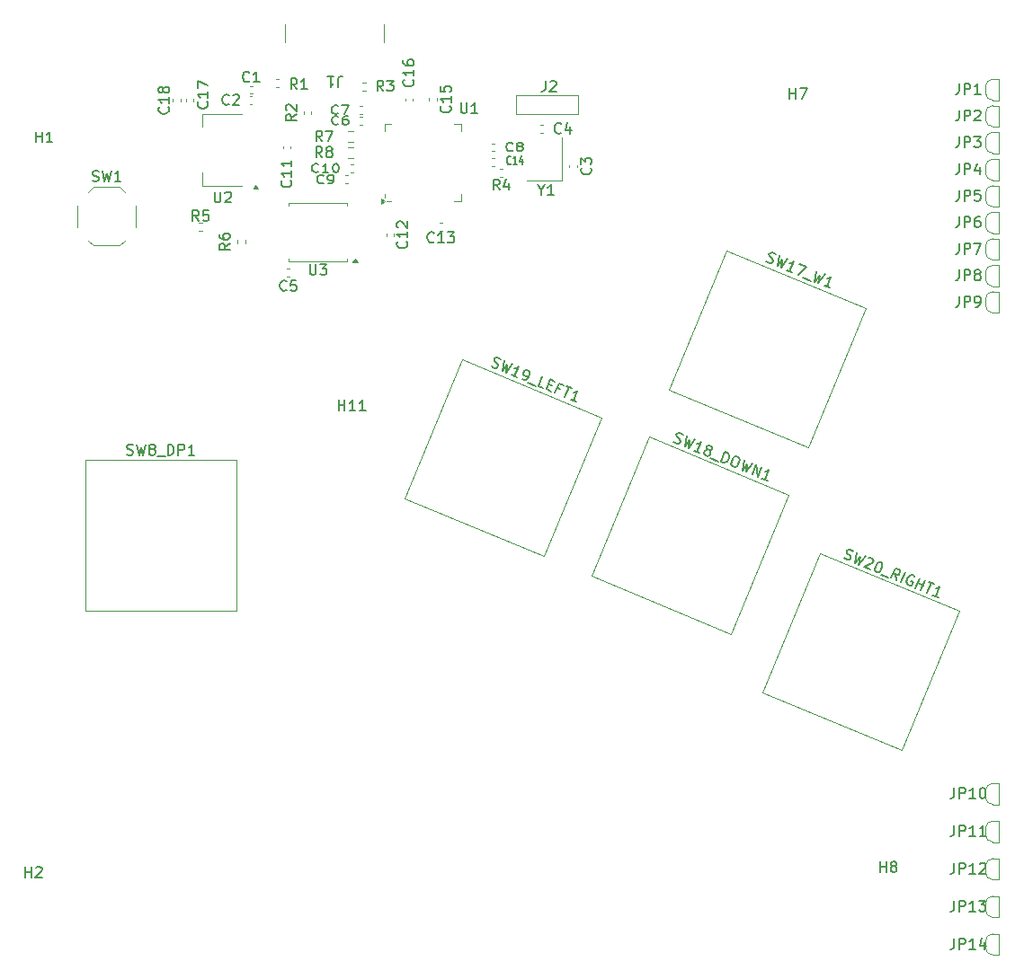
<source format=gbr>
%TF.GenerationSoftware,KiCad,Pcbnew,8.0.4*%
%TF.CreationDate,2024-07-23T18:00:38-07:00*%
%TF.ProjectId,2board_a,32626f61-7264-45f6-912e-6b696361645f,rev?*%
%TF.SameCoordinates,Original*%
%TF.FileFunction,Legend,Top*%
%TF.FilePolarity,Positive*%
%FSLAX46Y46*%
G04 Gerber Fmt 4.6, Leading zero omitted, Abs format (unit mm)*
G04 Created by KiCad (PCBNEW 8.0.4) date 2024-07-23 18:00:38*
%MOMM*%
%LPD*%
G01*
G04 APERTURE LIST*
%ADD10C,0.150000*%
%ADD11C,0.120000*%
%ADD12C,0.100000*%
G04 APERTURE END LIST*
D10*
X191730476Y-99354819D02*
X191730476Y-100069104D01*
X191730476Y-100069104D02*
X191682857Y-100211961D01*
X191682857Y-100211961D02*
X191587619Y-100307200D01*
X191587619Y-100307200D02*
X191444762Y-100354819D01*
X191444762Y-100354819D02*
X191349524Y-100354819D01*
X192206667Y-100354819D02*
X192206667Y-99354819D01*
X192206667Y-99354819D02*
X192587619Y-99354819D01*
X192587619Y-99354819D02*
X192682857Y-99402438D01*
X192682857Y-99402438D02*
X192730476Y-99450057D01*
X192730476Y-99450057D02*
X192778095Y-99545295D01*
X192778095Y-99545295D02*
X192778095Y-99688152D01*
X192778095Y-99688152D02*
X192730476Y-99783390D01*
X192730476Y-99783390D02*
X192682857Y-99831009D01*
X192682857Y-99831009D02*
X192587619Y-99878628D01*
X192587619Y-99878628D02*
X192206667Y-99878628D01*
X193730476Y-100354819D02*
X193159048Y-100354819D01*
X193444762Y-100354819D02*
X193444762Y-99354819D01*
X193444762Y-99354819D02*
X193349524Y-99497676D01*
X193349524Y-99497676D02*
X193254286Y-99592914D01*
X193254286Y-99592914D02*
X193159048Y-99640533D01*
X194682857Y-100354819D02*
X194111429Y-100354819D01*
X194397143Y-100354819D02*
X194397143Y-99354819D01*
X194397143Y-99354819D02*
X194301905Y-99497676D01*
X194301905Y-99497676D02*
X194206667Y-99592914D01*
X194206667Y-99592914D02*
X194111429Y-99640533D01*
X176238095Y-30854819D02*
X176238095Y-29854819D01*
X176238095Y-30331009D02*
X176809523Y-30331009D01*
X176809523Y-30854819D02*
X176809523Y-29854819D01*
X177190476Y-29854819D02*
X177857142Y-29854819D01*
X177857142Y-29854819D02*
X177428571Y-30854819D01*
X157481580Y-37374666D02*
X157529200Y-37422285D01*
X157529200Y-37422285D02*
X157576819Y-37565142D01*
X157576819Y-37565142D02*
X157576819Y-37660380D01*
X157576819Y-37660380D02*
X157529200Y-37803237D01*
X157529200Y-37803237D02*
X157433961Y-37898475D01*
X157433961Y-37898475D02*
X157338723Y-37946094D01*
X157338723Y-37946094D02*
X157148247Y-37993713D01*
X157148247Y-37993713D02*
X157005390Y-37993713D01*
X157005390Y-37993713D02*
X156814914Y-37946094D01*
X156814914Y-37946094D02*
X156719676Y-37898475D01*
X156719676Y-37898475D02*
X156624438Y-37803237D01*
X156624438Y-37803237D02*
X156576819Y-37660380D01*
X156576819Y-37660380D02*
X156576819Y-37565142D01*
X156576819Y-37565142D02*
X156624438Y-37422285D01*
X156624438Y-37422285D02*
X156672057Y-37374666D01*
X156576819Y-37041332D02*
X156576819Y-36422285D01*
X156576819Y-36422285D02*
X156957771Y-36755618D01*
X156957771Y-36755618D02*
X156957771Y-36612761D01*
X156957771Y-36612761D02*
X157005390Y-36517523D01*
X157005390Y-36517523D02*
X157053009Y-36469904D01*
X157053009Y-36469904D02*
X157148247Y-36422285D01*
X157148247Y-36422285D02*
X157386342Y-36422285D01*
X157386342Y-36422285D02*
X157481580Y-36469904D01*
X157481580Y-36469904D02*
X157529200Y-36517523D01*
X157529200Y-36517523D02*
X157576819Y-36612761D01*
X157576819Y-36612761D02*
X157576819Y-36898475D01*
X157576819Y-36898475D02*
X157529200Y-36993713D01*
X157529200Y-36993713D02*
X157481580Y-37041332D01*
X191730476Y-110004819D02*
X191730476Y-110719104D01*
X191730476Y-110719104D02*
X191682857Y-110861961D01*
X191682857Y-110861961D02*
X191587619Y-110957200D01*
X191587619Y-110957200D02*
X191444762Y-111004819D01*
X191444762Y-111004819D02*
X191349524Y-111004819D01*
X192206667Y-111004819D02*
X192206667Y-110004819D01*
X192206667Y-110004819D02*
X192587619Y-110004819D01*
X192587619Y-110004819D02*
X192682857Y-110052438D01*
X192682857Y-110052438D02*
X192730476Y-110100057D01*
X192730476Y-110100057D02*
X192778095Y-110195295D01*
X192778095Y-110195295D02*
X192778095Y-110338152D01*
X192778095Y-110338152D02*
X192730476Y-110433390D01*
X192730476Y-110433390D02*
X192682857Y-110481009D01*
X192682857Y-110481009D02*
X192587619Y-110528628D01*
X192587619Y-110528628D02*
X192206667Y-110528628D01*
X193730476Y-111004819D02*
X193159048Y-111004819D01*
X193444762Y-111004819D02*
X193444762Y-110004819D01*
X193444762Y-110004819D02*
X193349524Y-110147676D01*
X193349524Y-110147676D02*
X193254286Y-110242914D01*
X193254286Y-110242914D02*
X193159048Y-110290533D01*
X194587619Y-110338152D02*
X194587619Y-111004819D01*
X194349524Y-109957200D02*
X194111429Y-110671485D01*
X194111429Y-110671485D02*
X194730476Y-110671485D01*
X152835809Y-39472628D02*
X152835809Y-39948819D01*
X152502476Y-38948819D02*
X152835809Y-39472628D01*
X152835809Y-39472628D02*
X153169142Y-38948819D01*
X154026285Y-39948819D02*
X153454857Y-39948819D01*
X153740571Y-39948819D02*
X153740571Y-38948819D01*
X153740571Y-38948819D02*
X153645333Y-39091676D01*
X153645333Y-39091676D02*
X153550095Y-39186914D01*
X153550095Y-39186914D02*
X153454857Y-39234533D01*
X110571667Y-38587200D02*
X110714524Y-38634819D01*
X110714524Y-38634819D02*
X110952619Y-38634819D01*
X110952619Y-38634819D02*
X111047857Y-38587200D01*
X111047857Y-38587200D02*
X111095476Y-38539580D01*
X111095476Y-38539580D02*
X111143095Y-38444342D01*
X111143095Y-38444342D02*
X111143095Y-38349104D01*
X111143095Y-38349104D02*
X111095476Y-38253866D01*
X111095476Y-38253866D02*
X111047857Y-38206247D01*
X111047857Y-38206247D02*
X110952619Y-38158628D01*
X110952619Y-38158628D02*
X110762143Y-38111009D01*
X110762143Y-38111009D02*
X110666905Y-38063390D01*
X110666905Y-38063390D02*
X110619286Y-38015771D01*
X110619286Y-38015771D02*
X110571667Y-37920533D01*
X110571667Y-37920533D02*
X110571667Y-37825295D01*
X110571667Y-37825295D02*
X110619286Y-37730057D01*
X110619286Y-37730057D02*
X110666905Y-37682438D01*
X110666905Y-37682438D02*
X110762143Y-37634819D01*
X110762143Y-37634819D02*
X111000238Y-37634819D01*
X111000238Y-37634819D02*
X111143095Y-37682438D01*
X111476429Y-37634819D02*
X111714524Y-38634819D01*
X111714524Y-38634819D02*
X111905000Y-37920533D01*
X111905000Y-37920533D02*
X112095476Y-38634819D01*
X112095476Y-38634819D02*
X112333572Y-37634819D01*
X113238333Y-38634819D02*
X112666905Y-38634819D01*
X112952619Y-38634819D02*
X112952619Y-37634819D01*
X112952619Y-37634819D02*
X112857381Y-37777676D01*
X112857381Y-37777676D02*
X112762143Y-37872914D01*
X112762143Y-37872914D02*
X112666905Y-37920533D01*
X140149580Y-44322857D02*
X140197200Y-44370476D01*
X140197200Y-44370476D02*
X140244819Y-44513333D01*
X140244819Y-44513333D02*
X140244819Y-44608571D01*
X140244819Y-44608571D02*
X140197200Y-44751428D01*
X140197200Y-44751428D02*
X140101961Y-44846666D01*
X140101961Y-44846666D02*
X140006723Y-44894285D01*
X140006723Y-44894285D02*
X139816247Y-44941904D01*
X139816247Y-44941904D02*
X139673390Y-44941904D01*
X139673390Y-44941904D02*
X139482914Y-44894285D01*
X139482914Y-44894285D02*
X139387676Y-44846666D01*
X139387676Y-44846666D02*
X139292438Y-44751428D01*
X139292438Y-44751428D02*
X139244819Y-44608571D01*
X139244819Y-44608571D02*
X139244819Y-44513333D01*
X139244819Y-44513333D02*
X139292438Y-44370476D01*
X139292438Y-44370476D02*
X139340057Y-44322857D01*
X140244819Y-43370476D02*
X140244819Y-43941904D01*
X140244819Y-43656190D02*
X139244819Y-43656190D01*
X139244819Y-43656190D02*
X139387676Y-43751428D01*
X139387676Y-43751428D02*
X139482914Y-43846666D01*
X139482914Y-43846666D02*
X139530533Y-43941904D01*
X139340057Y-42989523D02*
X139292438Y-42941904D01*
X139292438Y-42941904D02*
X139244819Y-42846666D01*
X139244819Y-42846666D02*
X139244819Y-42608571D01*
X139244819Y-42608571D02*
X139292438Y-42513333D01*
X139292438Y-42513333D02*
X139340057Y-42465714D01*
X139340057Y-42465714D02*
X139435295Y-42418095D01*
X139435295Y-42418095D02*
X139530533Y-42418095D01*
X139530533Y-42418095D02*
X139673390Y-42465714D01*
X139673390Y-42465714D02*
X140244819Y-43037142D01*
X140244819Y-43037142D02*
X140244819Y-42418095D01*
X129776819Y-32344666D02*
X129300628Y-32677999D01*
X129776819Y-32916094D02*
X128776819Y-32916094D01*
X128776819Y-32916094D02*
X128776819Y-32535142D01*
X128776819Y-32535142D02*
X128824438Y-32439904D01*
X128824438Y-32439904D02*
X128872057Y-32392285D01*
X128872057Y-32392285D02*
X128967295Y-32344666D01*
X128967295Y-32344666D02*
X129110152Y-32344666D01*
X129110152Y-32344666D02*
X129205390Y-32392285D01*
X129205390Y-32392285D02*
X129253009Y-32439904D01*
X129253009Y-32439904D02*
X129300628Y-32535142D01*
X129300628Y-32535142D02*
X129300628Y-32916094D01*
X128872057Y-31963713D02*
X128824438Y-31916094D01*
X128824438Y-31916094D02*
X128776819Y-31820856D01*
X128776819Y-31820856D02*
X128776819Y-31582761D01*
X128776819Y-31582761D02*
X128824438Y-31487523D01*
X128824438Y-31487523D02*
X128872057Y-31439904D01*
X128872057Y-31439904D02*
X128967295Y-31392285D01*
X128967295Y-31392285D02*
X129062533Y-31392285D01*
X129062533Y-31392285D02*
X129205390Y-31439904D01*
X129205390Y-31439904D02*
X129776819Y-32011332D01*
X129776819Y-32011332D02*
X129776819Y-31392285D01*
X123428333Y-31359580D02*
X123380714Y-31407200D01*
X123380714Y-31407200D02*
X123237857Y-31454819D01*
X123237857Y-31454819D02*
X123142619Y-31454819D01*
X123142619Y-31454819D02*
X122999762Y-31407200D01*
X122999762Y-31407200D02*
X122904524Y-31311961D01*
X122904524Y-31311961D02*
X122856905Y-31216723D01*
X122856905Y-31216723D02*
X122809286Y-31026247D01*
X122809286Y-31026247D02*
X122809286Y-30883390D01*
X122809286Y-30883390D02*
X122856905Y-30692914D01*
X122856905Y-30692914D02*
X122904524Y-30597676D01*
X122904524Y-30597676D02*
X122999762Y-30502438D01*
X122999762Y-30502438D02*
X123142619Y-30454819D01*
X123142619Y-30454819D02*
X123237857Y-30454819D01*
X123237857Y-30454819D02*
X123380714Y-30502438D01*
X123380714Y-30502438D02*
X123428333Y-30550057D01*
X123809286Y-30550057D02*
X123856905Y-30502438D01*
X123856905Y-30502438D02*
X123952143Y-30454819D01*
X123952143Y-30454819D02*
X124190238Y-30454819D01*
X124190238Y-30454819D02*
X124285476Y-30502438D01*
X124285476Y-30502438D02*
X124333095Y-30550057D01*
X124333095Y-30550057D02*
X124380714Y-30645295D01*
X124380714Y-30645295D02*
X124380714Y-30740533D01*
X124380714Y-30740533D02*
X124333095Y-30883390D01*
X124333095Y-30883390D02*
X123761667Y-31454819D01*
X123761667Y-31454819D02*
X124380714Y-31454819D01*
X150153333Y-35716104D02*
X150105714Y-35754200D01*
X150105714Y-35754200D02*
X149962857Y-35792295D01*
X149962857Y-35792295D02*
X149867619Y-35792295D01*
X149867619Y-35792295D02*
X149724762Y-35754200D01*
X149724762Y-35754200D02*
X149629524Y-35678009D01*
X149629524Y-35678009D02*
X149581905Y-35601819D01*
X149581905Y-35601819D02*
X149534286Y-35449438D01*
X149534286Y-35449438D02*
X149534286Y-35335152D01*
X149534286Y-35335152D02*
X149581905Y-35182771D01*
X149581905Y-35182771D02*
X149629524Y-35106580D01*
X149629524Y-35106580D02*
X149724762Y-35030390D01*
X149724762Y-35030390D02*
X149867619Y-34992295D01*
X149867619Y-34992295D02*
X149962857Y-34992295D01*
X149962857Y-34992295D02*
X150105714Y-35030390D01*
X150105714Y-35030390D02*
X150153333Y-35068485D01*
X150724762Y-35335152D02*
X150629524Y-35297057D01*
X150629524Y-35297057D02*
X150581905Y-35258961D01*
X150581905Y-35258961D02*
X150534286Y-35182771D01*
X150534286Y-35182771D02*
X150534286Y-35144676D01*
X150534286Y-35144676D02*
X150581905Y-35068485D01*
X150581905Y-35068485D02*
X150629524Y-35030390D01*
X150629524Y-35030390D02*
X150724762Y-34992295D01*
X150724762Y-34992295D02*
X150915238Y-34992295D01*
X150915238Y-34992295D02*
X151010476Y-35030390D01*
X151010476Y-35030390D02*
X151058095Y-35068485D01*
X151058095Y-35068485D02*
X151105714Y-35144676D01*
X151105714Y-35144676D02*
X151105714Y-35182771D01*
X151105714Y-35182771D02*
X151058095Y-35258961D01*
X151058095Y-35258961D02*
X151010476Y-35297057D01*
X151010476Y-35297057D02*
X150915238Y-35335152D01*
X150915238Y-35335152D02*
X150724762Y-35335152D01*
X150724762Y-35335152D02*
X150629524Y-35373247D01*
X150629524Y-35373247D02*
X150581905Y-35411342D01*
X150581905Y-35411342D02*
X150534286Y-35487533D01*
X150534286Y-35487533D02*
X150534286Y-35639914D01*
X150534286Y-35639914D02*
X150581905Y-35716104D01*
X150581905Y-35716104D02*
X150629524Y-35754200D01*
X150629524Y-35754200D02*
X150724762Y-35792295D01*
X150724762Y-35792295D02*
X150915238Y-35792295D01*
X150915238Y-35792295D02*
X151010476Y-35754200D01*
X151010476Y-35754200D02*
X151058095Y-35716104D01*
X151058095Y-35716104D02*
X151105714Y-35639914D01*
X151105714Y-35639914D02*
X151105714Y-35487533D01*
X151105714Y-35487533D02*
X151058095Y-35411342D01*
X151058095Y-35411342D02*
X151010476Y-35373247D01*
X151010476Y-35373247D02*
X150915238Y-35335152D01*
X192206666Y-31924819D02*
X192206666Y-32639104D01*
X192206666Y-32639104D02*
X192159047Y-32781961D01*
X192159047Y-32781961D02*
X192063809Y-32877200D01*
X192063809Y-32877200D02*
X191920952Y-32924819D01*
X191920952Y-32924819D02*
X191825714Y-32924819D01*
X192682857Y-32924819D02*
X192682857Y-31924819D01*
X192682857Y-31924819D02*
X193063809Y-31924819D01*
X193063809Y-31924819D02*
X193159047Y-31972438D01*
X193159047Y-31972438D02*
X193206666Y-32020057D01*
X193206666Y-32020057D02*
X193254285Y-32115295D01*
X193254285Y-32115295D02*
X193254285Y-32258152D01*
X193254285Y-32258152D02*
X193206666Y-32353390D01*
X193206666Y-32353390D02*
X193159047Y-32401009D01*
X193159047Y-32401009D02*
X193063809Y-32448628D01*
X193063809Y-32448628D02*
X192682857Y-32448628D01*
X193635238Y-32020057D02*
X193682857Y-31972438D01*
X193682857Y-31972438D02*
X193778095Y-31924819D01*
X193778095Y-31924819D02*
X194016190Y-31924819D01*
X194016190Y-31924819D02*
X194111428Y-31972438D01*
X194111428Y-31972438D02*
X194159047Y-32020057D01*
X194159047Y-32020057D02*
X194206666Y-32115295D01*
X194206666Y-32115295D02*
X194206666Y-32210533D01*
X194206666Y-32210533D02*
X194159047Y-32353390D01*
X194159047Y-32353390D02*
X193587619Y-32924819D01*
X193587619Y-32924819D02*
X194206666Y-32924819D01*
X131048095Y-46458819D02*
X131048095Y-47268342D01*
X131048095Y-47268342D02*
X131095714Y-47363580D01*
X131095714Y-47363580D02*
X131143333Y-47411200D01*
X131143333Y-47411200D02*
X131238571Y-47458819D01*
X131238571Y-47458819D02*
X131429047Y-47458819D01*
X131429047Y-47458819D02*
X131524285Y-47411200D01*
X131524285Y-47411200D02*
X131571904Y-47363580D01*
X131571904Y-47363580D02*
X131619523Y-47268342D01*
X131619523Y-47268342D02*
X131619523Y-46458819D01*
X132000476Y-46458819D02*
X132619523Y-46458819D01*
X132619523Y-46458819D02*
X132286190Y-46839771D01*
X132286190Y-46839771D02*
X132429047Y-46839771D01*
X132429047Y-46839771D02*
X132524285Y-46887390D01*
X132524285Y-46887390D02*
X132571904Y-46935009D01*
X132571904Y-46935009D02*
X132619523Y-47030247D01*
X132619523Y-47030247D02*
X132619523Y-47268342D01*
X132619523Y-47268342D02*
X132571904Y-47363580D01*
X132571904Y-47363580D02*
X132524285Y-47411200D01*
X132524285Y-47411200D02*
X132429047Y-47458819D01*
X132429047Y-47458819D02*
X132143333Y-47458819D01*
X132143333Y-47458819D02*
X132048095Y-47411200D01*
X132048095Y-47411200D02*
X132000476Y-47363580D01*
X191730476Y-102904819D02*
X191730476Y-103619104D01*
X191730476Y-103619104D02*
X191682857Y-103761961D01*
X191682857Y-103761961D02*
X191587619Y-103857200D01*
X191587619Y-103857200D02*
X191444762Y-103904819D01*
X191444762Y-103904819D02*
X191349524Y-103904819D01*
X192206667Y-103904819D02*
X192206667Y-102904819D01*
X192206667Y-102904819D02*
X192587619Y-102904819D01*
X192587619Y-102904819D02*
X192682857Y-102952438D01*
X192682857Y-102952438D02*
X192730476Y-103000057D01*
X192730476Y-103000057D02*
X192778095Y-103095295D01*
X192778095Y-103095295D02*
X192778095Y-103238152D01*
X192778095Y-103238152D02*
X192730476Y-103333390D01*
X192730476Y-103333390D02*
X192682857Y-103381009D01*
X192682857Y-103381009D02*
X192587619Y-103428628D01*
X192587619Y-103428628D02*
X192206667Y-103428628D01*
X193730476Y-103904819D02*
X193159048Y-103904819D01*
X193444762Y-103904819D02*
X193444762Y-102904819D01*
X193444762Y-102904819D02*
X193349524Y-103047676D01*
X193349524Y-103047676D02*
X193254286Y-103142914D01*
X193254286Y-103142914D02*
X193159048Y-103190533D01*
X194111429Y-103000057D02*
X194159048Y-102952438D01*
X194159048Y-102952438D02*
X194254286Y-102904819D01*
X194254286Y-102904819D02*
X194492381Y-102904819D01*
X194492381Y-102904819D02*
X194587619Y-102952438D01*
X194587619Y-102952438D02*
X194635238Y-103000057D01*
X194635238Y-103000057D02*
X194682857Y-103095295D01*
X194682857Y-103095295D02*
X194682857Y-103190533D01*
X194682857Y-103190533D02*
X194635238Y-103333390D01*
X194635238Y-103333390D02*
X194063810Y-103904819D01*
X194063810Y-103904819D02*
X194682857Y-103904819D01*
X131855892Y-37714104D02*
X131808273Y-37752200D01*
X131808273Y-37752200D02*
X131665416Y-37790295D01*
X131665416Y-37790295D02*
X131570178Y-37790295D01*
X131570178Y-37790295D02*
X131427321Y-37752200D01*
X131427321Y-37752200D02*
X131332083Y-37676009D01*
X131332083Y-37676009D02*
X131284464Y-37599819D01*
X131284464Y-37599819D02*
X131236845Y-37447438D01*
X131236845Y-37447438D02*
X131236845Y-37333152D01*
X131236845Y-37333152D02*
X131284464Y-37180771D01*
X131284464Y-37180771D02*
X131332083Y-37104580D01*
X131332083Y-37104580D02*
X131427321Y-37028390D01*
X131427321Y-37028390D02*
X131570178Y-36990295D01*
X131570178Y-36990295D02*
X131665416Y-36990295D01*
X131665416Y-36990295D02*
X131808273Y-37028390D01*
X131808273Y-37028390D02*
X131855892Y-37066485D01*
X132808273Y-37790295D02*
X132236845Y-37790295D01*
X132522559Y-37790295D02*
X132522559Y-36990295D01*
X132522559Y-36990295D02*
X132427321Y-37104580D01*
X132427321Y-37104580D02*
X132332083Y-37180771D01*
X132332083Y-37180771D02*
X132236845Y-37218866D01*
X133427321Y-36990295D02*
X133522559Y-36990295D01*
X133522559Y-36990295D02*
X133617797Y-37028390D01*
X133617797Y-37028390D02*
X133665416Y-37066485D01*
X133665416Y-37066485D02*
X133713035Y-37142676D01*
X133713035Y-37142676D02*
X133760654Y-37295057D01*
X133760654Y-37295057D02*
X133760654Y-37485533D01*
X133760654Y-37485533D02*
X133713035Y-37637914D01*
X133713035Y-37637914D02*
X133665416Y-37714104D01*
X133665416Y-37714104D02*
X133617797Y-37752200D01*
X133617797Y-37752200D02*
X133522559Y-37790295D01*
X133522559Y-37790295D02*
X133427321Y-37790295D01*
X133427321Y-37790295D02*
X133332083Y-37752200D01*
X133332083Y-37752200D02*
X133284464Y-37714104D01*
X133284464Y-37714104D02*
X133236845Y-37637914D01*
X133236845Y-37637914D02*
X133189226Y-37485533D01*
X133189226Y-37485533D02*
X133189226Y-37295057D01*
X133189226Y-37295057D02*
X133236845Y-37142676D01*
X133236845Y-37142676D02*
X133284464Y-37066485D01*
X133284464Y-37066485D02*
X133332083Y-37028390D01*
X133332083Y-37028390D02*
X133427321Y-36990295D01*
X129239580Y-38572857D02*
X129287200Y-38620476D01*
X129287200Y-38620476D02*
X129334819Y-38763333D01*
X129334819Y-38763333D02*
X129334819Y-38858571D01*
X129334819Y-38858571D02*
X129287200Y-39001428D01*
X129287200Y-39001428D02*
X129191961Y-39096666D01*
X129191961Y-39096666D02*
X129096723Y-39144285D01*
X129096723Y-39144285D02*
X128906247Y-39191904D01*
X128906247Y-39191904D02*
X128763390Y-39191904D01*
X128763390Y-39191904D02*
X128572914Y-39144285D01*
X128572914Y-39144285D02*
X128477676Y-39096666D01*
X128477676Y-39096666D02*
X128382438Y-39001428D01*
X128382438Y-39001428D02*
X128334819Y-38858571D01*
X128334819Y-38858571D02*
X128334819Y-38763333D01*
X128334819Y-38763333D02*
X128382438Y-38620476D01*
X128382438Y-38620476D02*
X128430057Y-38572857D01*
X129334819Y-37620476D02*
X129334819Y-38191904D01*
X129334819Y-37906190D02*
X128334819Y-37906190D01*
X128334819Y-37906190D02*
X128477676Y-38001428D01*
X128477676Y-38001428D02*
X128572914Y-38096666D01*
X128572914Y-38096666D02*
X128620533Y-38191904D01*
X129334819Y-36668095D02*
X129334819Y-37239523D01*
X129334819Y-36953809D02*
X128334819Y-36953809D01*
X128334819Y-36953809D02*
X128477676Y-37049047D01*
X128477676Y-37049047D02*
X128572914Y-37144285D01*
X128572914Y-37144285D02*
X128620533Y-37239523D01*
X192206666Y-34424819D02*
X192206666Y-35139104D01*
X192206666Y-35139104D02*
X192159047Y-35281961D01*
X192159047Y-35281961D02*
X192063809Y-35377200D01*
X192063809Y-35377200D02*
X191920952Y-35424819D01*
X191920952Y-35424819D02*
X191825714Y-35424819D01*
X192682857Y-35424819D02*
X192682857Y-34424819D01*
X192682857Y-34424819D02*
X193063809Y-34424819D01*
X193063809Y-34424819D02*
X193159047Y-34472438D01*
X193159047Y-34472438D02*
X193206666Y-34520057D01*
X193206666Y-34520057D02*
X193254285Y-34615295D01*
X193254285Y-34615295D02*
X193254285Y-34758152D01*
X193254285Y-34758152D02*
X193206666Y-34853390D01*
X193206666Y-34853390D02*
X193159047Y-34901009D01*
X193159047Y-34901009D02*
X193063809Y-34948628D01*
X193063809Y-34948628D02*
X192682857Y-34948628D01*
X193587619Y-34424819D02*
X194206666Y-34424819D01*
X194206666Y-34424819D02*
X193873333Y-34805771D01*
X193873333Y-34805771D02*
X194016190Y-34805771D01*
X194016190Y-34805771D02*
X194111428Y-34853390D01*
X194111428Y-34853390D02*
X194159047Y-34901009D01*
X194159047Y-34901009D02*
X194206666Y-34996247D01*
X194206666Y-34996247D02*
X194206666Y-35234342D01*
X194206666Y-35234342D02*
X194159047Y-35329580D01*
X194159047Y-35329580D02*
X194111428Y-35377200D01*
X194111428Y-35377200D02*
X194016190Y-35424819D01*
X194016190Y-35424819D02*
X193730476Y-35424819D01*
X193730476Y-35424819D02*
X193635238Y-35377200D01*
X193635238Y-35377200D02*
X193587619Y-35329580D01*
X113809524Y-64398896D02*
X113952381Y-64446515D01*
X113952381Y-64446515D02*
X114190476Y-64446515D01*
X114190476Y-64446515D02*
X114285714Y-64398896D01*
X114285714Y-64398896D02*
X114333333Y-64351276D01*
X114333333Y-64351276D02*
X114380952Y-64256038D01*
X114380952Y-64256038D02*
X114380952Y-64160800D01*
X114380952Y-64160800D02*
X114333333Y-64065562D01*
X114333333Y-64065562D02*
X114285714Y-64017943D01*
X114285714Y-64017943D02*
X114190476Y-63970324D01*
X114190476Y-63970324D02*
X114000000Y-63922705D01*
X114000000Y-63922705D02*
X113904762Y-63875086D01*
X113904762Y-63875086D02*
X113857143Y-63827467D01*
X113857143Y-63827467D02*
X113809524Y-63732229D01*
X113809524Y-63732229D02*
X113809524Y-63636991D01*
X113809524Y-63636991D02*
X113857143Y-63541753D01*
X113857143Y-63541753D02*
X113904762Y-63494134D01*
X113904762Y-63494134D02*
X114000000Y-63446515D01*
X114000000Y-63446515D02*
X114238095Y-63446515D01*
X114238095Y-63446515D02*
X114380952Y-63494134D01*
X114714286Y-63446515D02*
X114952381Y-64446515D01*
X114952381Y-64446515D02*
X115142857Y-63732229D01*
X115142857Y-63732229D02*
X115333333Y-64446515D01*
X115333333Y-64446515D02*
X115571429Y-63446515D01*
X116095238Y-63875086D02*
X116000000Y-63827467D01*
X116000000Y-63827467D02*
X115952381Y-63779848D01*
X115952381Y-63779848D02*
X115904762Y-63684610D01*
X115904762Y-63684610D02*
X115904762Y-63636991D01*
X115904762Y-63636991D02*
X115952381Y-63541753D01*
X115952381Y-63541753D02*
X116000000Y-63494134D01*
X116000000Y-63494134D02*
X116095238Y-63446515D01*
X116095238Y-63446515D02*
X116285714Y-63446515D01*
X116285714Y-63446515D02*
X116380952Y-63494134D01*
X116380952Y-63494134D02*
X116428571Y-63541753D01*
X116428571Y-63541753D02*
X116476190Y-63636991D01*
X116476190Y-63636991D02*
X116476190Y-63684610D01*
X116476190Y-63684610D02*
X116428571Y-63779848D01*
X116428571Y-63779848D02*
X116380952Y-63827467D01*
X116380952Y-63827467D02*
X116285714Y-63875086D01*
X116285714Y-63875086D02*
X116095238Y-63875086D01*
X116095238Y-63875086D02*
X116000000Y-63922705D01*
X116000000Y-63922705D02*
X115952381Y-63970324D01*
X115952381Y-63970324D02*
X115904762Y-64065562D01*
X115904762Y-64065562D02*
X115904762Y-64256038D01*
X115904762Y-64256038D02*
X115952381Y-64351276D01*
X115952381Y-64351276D02*
X116000000Y-64398896D01*
X116000000Y-64398896D02*
X116095238Y-64446515D01*
X116095238Y-64446515D02*
X116285714Y-64446515D01*
X116285714Y-64446515D02*
X116380952Y-64398896D01*
X116380952Y-64398896D02*
X116428571Y-64351276D01*
X116428571Y-64351276D02*
X116476190Y-64256038D01*
X116476190Y-64256038D02*
X116476190Y-64065562D01*
X116476190Y-64065562D02*
X116428571Y-63970324D01*
X116428571Y-63970324D02*
X116380952Y-63922705D01*
X116380952Y-63922705D02*
X116285714Y-63875086D01*
X116666667Y-64541753D02*
X117428571Y-64541753D01*
X117666667Y-64446515D02*
X117666667Y-63446515D01*
X117666667Y-63446515D02*
X117904762Y-63446515D01*
X117904762Y-63446515D02*
X118047619Y-63494134D01*
X118047619Y-63494134D02*
X118142857Y-63589372D01*
X118142857Y-63589372D02*
X118190476Y-63684610D01*
X118190476Y-63684610D02*
X118238095Y-63875086D01*
X118238095Y-63875086D02*
X118238095Y-64017943D01*
X118238095Y-64017943D02*
X118190476Y-64208419D01*
X118190476Y-64208419D02*
X118142857Y-64303657D01*
X118142857Y-64303657D02*
X118047619Y-64398896D01*
X118047619Y-64398896D02*
X117904762Y-64446515D01*
X117904762Y-64446515D02*
X117666667Y-64446515D01*
X118666667Y-64446515D02*
X118666667Y-63446515D01*
X118666667Y-63446515D02*
X119047619Y-63446515D01*
X119047619Y-63446515D02*
X119142857Y-63494134D01*
X119142857Y-63494134D02*
X119190476Y-63541753D01*
X119190476Y-63541753D02*
X119238095Y-63636991D01*
X119238095Y-63636991D02*
X119238095Y-63779848D01*
X119238095Y-63779848D02*
X119190476Y-63875086D01*
X119190476Y-63875086D02*
X119142857Y-63922705D01*
X119142857Y-63922705D02*
X119047619Y-63970324D01*
X119047619Y-63970324D02*
X118666667Y-63970324D01*
X120190476Y-64446515D02*
X119619048Y-64446515D01*
X119904762Y-64446515D02*
X119904762Y-63446515D01*
X119904762Y-63446515D02*
X119809524Y-63589372D01*
X119809524Y-63589372D02*
X119714286Y-63684610D01*
X119714286Y-63684610D02*
X119619048Y-63732229D01*
X184738095Y-103754819D02*
X184738095Y-102754819D01*
X184738095Y-103231009D02*
X185309523Y-103231009D01*
X185309523Y-103754819D02*
X185309523Y-102754819D01*
X185928571Y-103183390D02*
X185833333Y-103135771D01*
X185833333Y-103135771D02*
X185785714Y-103088152D01*
X185785714Y-103088152D02*
X185738095Y-102992914D01*
X185738095Y-102992914D02*
X185738095Y-102945295D01*
X185738095Y-102945295D02*
X185785714Y-102850057D01*
X185785714Y-102850057D02*
X185833333Y-102802438D01*
X185833333Y-102802438D02*
X185928571Y-102754819D01*
X185928571Y-102754819D02*
X186119047Y-102754819D01*
X186119047Y-102754819D02*
X186214285Y-102802438D01*
X186214285Y-102802438D02*
X186261904Y-102850057D01*
X186261904Y-102850057D02*
X186309523Y-102945295D01*
X186309523Y-102945295D02*
X186309523Y-102992914D01*
X186309523Y-102992914D02*
X186261904Y-103088152D01*
X186261904Y-103088152D02*
X186214285Y-103135771D01*
X186214285Y-103135771D02*
X186119047Y-103183390D01*
X186119047Y-103183390D02*
X185928571Y-103183390D01*
X185928571Y-103183390D02*
X185833333Y-103231009D01*
X185833333Y-103231009D02*
X185785714Y-103278628D01*
X185785714Y-103278628D02*
X185738095Y-103373866D01*
X185738095Y-103373866D02*
X185738095Y-103564342D01*
X185738095Y-103564342D02*
X185785714Y-103659580D01*
X185785714Y-103659580D02*
X185833333Y-103707200D01*
X185833333Y-103707200D02*
X185928571Y-103754819D01*
X185928571Y-103754819D02*
X186119047Y-103754819D01*
X186119047Y-103754819D02*
X186214285Y-103707200D01*
X186214285Y-103707200D02*
X186261904Y-103659580D01*
X186261904Y-103659580D02*
X186309523Y-103564342D01*
X186309523Y-103564342D02*
X186309523Y-103373866D01*
X186309523Y-103373866D02*
X186261904Y-103278628D01*
X186261904Y-103278628D02*
X186214285Y-103231009D01*
X186214285Y-103231009D02*
X186119047Y-103183390D01*
X133713333Y-32216104D02*
X133665714Y-32254200D01*
X133665714Y-32254200D02*
X133522857Y-32292295D01*
X133522857Y-32292295D02*
X133427619Y-32292295D01*
X133427619Y-32292295D02*
X133284762Y-32254200D01*
X133284762Y-32254200D02*
X133189524Y-32178009D01*
X133189524Y-32178009D02*
X133141905Y-32101819D01*
X133141905Y-32101819D02*
X133094286Y-31949438D01*
X133094286Y-31949438D02*
X133094286Y-31835152D01*
X133094286Y-31835152D02*
X133141905Y-31682771D01*
X133141905Y-31682771D02*
X133189524Y-31606580D01*
X133189524Y-31606580D02*
X133284762Y-31530390D01*
X133284762Y-31530390D02*
X133427619Y-31492295D01*
X133427619Y-31492295D02*
X133522857Y-31492295D01*
X133522857Y-31492295D02*
X133665714Y-31530390D01*
X133665714Y-31530390D02*
X133713333Y-31568485D01*
X134046667Y-31492295D02*
X134713333Y-31492295D01*
X134713333Y-31492295D02*
X134284762Y-32292295D01*
X181366160Y-74144642D02*
X181479920Y-74243305D01*
X181479920Y-74243305D02*
X181699891Y-74334421D01*
X181699891Y-74334421D02*
X181806103Y-74326872D01*
X181806103Y-74326872D02*
X181868320Y-74301101D01*
X181868320Y-74301101D02*
X181948760Y-74231336D01*
X181948760Y-74231336D02*
X181985206Y-74143347D01*
X181985206Y-74143347D02*
X181977658Y-74037136D01*
X181977658Y-74037136D02*
X181951887Y-73974918D01*
X181951887Y-73974918D02*
X181882121Y-73894478D01*
X181882121Y-73894478D02*
X181724367Y-73777592D01*
X181724367Y-73777592D02*
X181654602Y-73697151D01*
X181654602Y-73697151D02*
X181628831Y-73634934D01*
X181628831Y-73634934D02*
X181621282Y-73528722D01*
X181621282Y-73528722D02*
X181657729Y-73440734D01*
X181657729Y-73440734D02*
X181738169Y-73370968D01*
X181738169Y-73370968D02*
X181800386Y-73345197D01*
X181800386Y-73345197D02*
X181906598Y-73337649D01*
X181906598Y-73337649D02*
X182126569Y-73428764D01*
X182126569Y-73428764D02*
X182240329Y-73527427D01*
X182566512Y-73610994D02*
X182403800Y-74625989D01*
X182403800Y-74625989D02*
X182853122Y-74038967D01*
X182853122Y-74038967D02*
X182755754Y-74771773D01*
X182755754Y-74771773D02*
X183358408Y-73939009D01*
X183629922Y-74154558D02*
X183692139Y-74128787D01*
X183692139Y-74128787D02*
X183798351Y-74121239D01*
X183798351Y-74121239D02*
X184018322Y-74212354D01*
X184018322Y-74212354D02*
X184088088Y-74292794D01*
X184088088Y-74292794D02*
X184113859Y-74355012D01*
X184113859Y-74355012D02*
X184121407Y-74461223D01*
X184121407Y-74461223D02*
X184084961Y-74549212D01*
X184084961Y-74549212D02*
X183986298Y-74662971D01*
X183986298Y-74662971D02*
X183239690Y-74972226D01*
X183239690Y-74972226D02*
X183811616Y-75209126D01*
X184766225Y-74522145D02*
X184854213Y-74558591D01*
X184854213Y-74558591D02*
X184923979Y-74639032D01*
X184923979Y-74639032D02*
X184949750Y-74701249D01*
X184949750Y-74701249D02*
X184957298Y-74807460D01*
X184957298Y-74807460D02*
X184928400Y-75001661D01*
X184928400Y-75001661D02*
X184837285Y-75221632D01*
X184837285Y-75221632D02*
X184720399Y-75379386D01*
X184720399Y-75379386D02*
X184639959Y-75449151D01*
X184639959Y-75449151D02*
X184577741Y-75474923D01*
X184577741Y-75474923D02*
X184471530Y-75482471D01*
X184471530Y-75482471D02*
X184383541Y-75446025D01*
X184383541Y-75446025D02*
X184313776Y-75365585D01*
X184313776Y-75365585D02*
X184288005Y-75303367D01*
X184288005Y-75303367D02*
X184280456Y-75197156D01*
X184280456Y-75197156D02*
X184309354Y-75002956D01*
X184309354Y-75002956D02*
X184400469Y-74782984D01*
X184400469Y-74782984D02*
X184517356Y-74625230D01*
X184517356Y-74625230D02*
X184597796Y-74555465D01*
X184597796Y-74555465D02*
X184660013Y-74529694D01*
X184660013Y-74529694D02*
X184766225Y-74522145D01*
X184831032Y-75734467D02*
X185534940Y-76026035D01*
X186319289Y-76247838D02*
X186193560Y-75680334D01*
X185791358Y-76029162D02*
X186174041Y-75105282D01*
X186174041Y-75105282D02*
X186525996Y-75251066D01*
X186525996Y-75251066D02*
X186595761Y-75331507D01*
X186595761Y-75331507D02*
X186621532Y-75393724D01*
X186621532Y-75393724D02*
X186629081Y-75499935D01*
X186629081Y-75499935D02*
X186574411Y-75631918D01*
X186574411Y-75631918D02*
X186493971Y-75701684D01*
X186493971Y-75701684D02*
X186431754Y-75727455D01*
X186431754Y-75727455D02*
X186325542Y-75735003D01*
X186325542Y-75735003D02*
X185973588Y-75589219D01*
X186715238Y-76411845D02*
X187097921Y-75487966D01*
X188003577Y-75914643D02*
X187933812Y-75834203D01*
X187933812Y-75834203D02*
X187801829Y-75779534D01*
X187801829Y-75779534D02*
X187651623Y-75768859D01*
X187651623Y-75768859D02*
X187527188Y-75820401D01*
X187527188Y-75820401D02*
X187446748Y-75890167D01*
X187446748Y-75890167D02*
X187329862Y-76047921D01*
X187329862Y-76047921D02*
X187275193Y-76179904D01*
X187275193Y-76179904D02*
X187246295Y-76374104D01*
X187246295Y-76374104D02*
X187253843Y-76480315D01*
X187253843Y-76480315D02*
X187305386Y-76604750D01*
X187305386Y-76604750D02*
X187419145Y-76703413D01*
X187419145Y-76703413D02*
X187507134Y-76739859D01*
X187507134Y-76739859D02*
X187657340Y-76750534D01*
X187657340Y-76750534D02*
X187719557Y-76724763D01*
X187719557Y-76724763D02*
X187847118Y-76416803D01*
X187847118Y-76416803D02*
X187671141Y-76343911D01*
X188079059Y-76976758D02*
X188461743Y-76052879D01*
X188279512Y-76492822D02*
X188807444Y-76711498D01*
X188606990Y-77195435D02*
X188989674Y-76271555D01*
X189297634Y-76399116D02*
X189825565Y-76617793D01*
X189178916Y-77432334D02*
X189561599Y-76508454D01*
X190234778Y-77869687D02*
X189706847Y-77651010D01*
X189970813Y-77760348D02*
X190353496Y-76836469D01*
X190353496Y-76836469D02*
X190210839Y-76932006D01*
X190210839Y-76932006D02*
X190086404Y-76983548D01*
X190086404Y-76983548D02*
X189980192Y-76991096D01*
X120594333Y-42374819D02*
X120261000Y-41898628D01*
X120022905Y-42374819D02*
X120022905Y-41374819D01*
X120022905Y-41374819D02*
X120403857Y-41374819D01*
X120403857Y-41374819D02*
X120499095Y-41422438D01*
X120499095Y-41422438D02*
X120546714Y-41470057D01*
X120546714Y-41470057D02*
X120594333Y-41565295D01*
X120594333Y-41565295D02*
X120594333Y-41708152D01*
X120594333Y-41708152D02*
X120546714Y-41803390D01*
X120546714Y-41803390D02*
X120499095Y-41851009D01*
X120499095Y-41851009D02*
X120403857Y-41898628D01*
X120403857Y-41898628D02*
X120022905Y-41898628D01*
X121499095Y-41374819D02*
X121022905Y-41374819D01*
X121022905Y-41374819D02*
X120975286Y-41851009D01*
X120975286Y-41851009D02*
X121022905Y-41803390D01*
X121022905Y-41803390D02*
X121118143Y-41755771D01*
X121118143Y-41755771D02*
X121356238Y-41755771D01*
X121356238Y-41755771D02*
X121451476Y-41803390D01*
X121451476Y-41803390D02*
X121499095Y-41851009D01*
X121499095Y-41851009D02*
X121546714Y-41946247D01*
X121546714Y-41946247D02*
X121546714Y-42184342D01*
X121546714Y-42184342D02*
X121499095Y-42279580D01*
X121499095Y-42279580D02*
X121451476Y-42327200D01*
X121451476Y-42327200D02*
X121356238Y-42374819D01*
X121356238Y-42374819D02*
X121118143Y-42374819D01*
X121118143Y-42374819D02*
X121022905Y-42327200D01*
X121022905Y-42327200D02*
X120975286Y-42279580D01*
X149994285Y-36966104D02*
X149965713Y-37004200D01*
X149965713Y-37004200D02*
X149879999Y-37042295D01*
X149879999Y-37042295D02*
X149822856Y-37042295D01*
X149822856Y-37042295D02*
X149737142Y-37004200D01*
X149737142Y-37004200D02*
X149679999Y-36928009D01*
X149679999Y-36928009D02*
X149651428Y-36851819D01*
X149651428Y-36851819D02*
X149622856Y-36699438D01*
X149622856Y-36699438D02*
X149622856Y-36585152D01*
X149622856Y-36585152D02*
X149651428Y-36432771D01*
X149651428Y-36432771D02*
X149679999Y-36356580D01*
X149679999Y-36356580D02*
X149737142Y-36280390D01*
X149737142Y-36280390D02*
X149822856Y-36242295D01*
X149822856Y-36242295D02*
X149879999Y-36242295D01*
X149879999Y-36242295D02*
X149965713Y-36280390D01*
X149965713Y-36280390D02*
X149994285Y-36318485D01*
X150565713Y-37042295D02*
X150222856Y-37042295D01*
X150394285Y-37042295D02*
X150394285Y-36242295D01*
X150394285Y-36242295D02*
X150337142Y-36356580D01*
X150337142Y-36356580D02*
X150279999Y-36432771D01*
X150279999Y-36432771D02*
X150222856Y-36470866D01*
X151080000Y-36508961D02*
X151080000Y-37042295D01*
X150937142Y-36204200D02*
X150794285Y-36775628D01*
X150794285Y-36775628D02*
X151165714Y-36775628D01*
X192206666Y-46974819D02*
X192206666Y-47689104D01*
X192206666Y-47689104D02*
X192159047Y-47831961D01*
X192159047Y-47831961D02*
X192063809Y-47927200D01*
X192063809Y-47927200D02*
X191920952Y-47974819D01*
X191920952Y-47974819D02*
X191825714Y-47974819D01*
X192682857Y-47974819D02*
X192682857Y-46974819D01*
X192682857Y-46974819D02*
X193063809Y-46974819D01*
X193063809Y-46974819D02*
X193159047Y-47022438D01*
X193159047Y-47022438D02*
X193206666Y-47070057D01*
X193206666Y-47070057D02*
X193254285Y-47165295D01*
X193254285Y-47165295D02*
X193254285Y-47308152D01*
X193254285Y-47308152D02*
X193206666Y-47403390D01*
X193206666Y-47403390D02*
X193159047Y-47451009D01*
X193159047Y-47451009D02*
X193063809Y-47498628D01*
X193063809Y-47498628D02*
X192682857Y-47498628D01*
X193825714Y-47403390D02*
X193730476Y-47355771D01*
X193730476Y-47355771D02*
X193682857Y-47308152D01*
X193682857Y-47308152D02*
X193635238Y-47212914D01*
X193635238Y-47212914D02*
X193635238Y-47165295D01*
X193635238Y-47165295D02*
X193682857Y-47070057D01*
X193682857Y-47070057D02*
X193730476Y-47022438D01*
X193730476Y-47022438D02*
X193825714Y-46974819D01*
X193825714Y-46974819D02*
X194016190Y-46974819D01*
X194016190Y-46974819D02*
X194111428Y-47022438D01*
X194111428Y-47022438D02*
X194159047Y-47070057D01*
X194159047Y-47070057D02*
X194206666Y-47165295D01*
X194206666Y-47165295D02*
X194206666Y-47212914D01*
X194206666Y-47212914D02*
X194159047Y-47308152D01*
X194159047Y-47308152D02*
X194111428Y-47355771D01*
X194111428Y-47355771D02*
X194016190Y-47403390D01*
X194016190Y-47403390D02*
X193825714Y-47403390D01*
X193825714Y-47403390D02*
X193730476Y-47451009D01*
X193730476Y-47451009D02*
X193682857Y-47498628D01*
X193682857Y-47498628D02*
X193635238Y-47593866D01*
X193635238Y-47593866D02*
X193635238Y-47784342D01*
X193635238Y-47784342D02*
X193682857Y-47879580D01*
X193682857Y-47879580D02*
X193730476Y-47927200D01*
X193730476Y-47927200D02*
X193825714Y-47974819D01*
X193825714Y-47974819D02*
X194016190Y-47974819D01*
X194016190Y-47974819D02*
X194111428Y-47927200D01*
X194111428Y-47927200D02*
X194159047Y-47879580D01*
X194159047Y-47879580D02*
X194206666Y-47784342D01*
X194206666Y-47784342D02*
X194206666Y-47593866D01*
X194206666Y-47593866D02*
X194159047Y-47498628D01*
X194159047Y-47498628D02*
X194111428Y-47451009D01*
X194111428Y-47451009D02*
X194016190Y-47403390D01*
X129833333Y-29954819D02*
X129500000Y-29478628D01*
X129261905Y-29954819D02*
X129261905Y-28954819D01*
X129261905Y-28954819D02*
X129642857Y-28954819D01*
X129642857Y-28954819D02*
X129738095Y-29002438D01*
X129738095Y-29002438D02*
X129785714Y-29050057D01*
X129785714Y-29050057D02*
X129833333Y-29145295D01*
X129833333Y-29145295D02*
X129833333Y-29288152D01*
X129833333Y-29288152D02*
X129785714Y-29383390D01*
X129785714Y-29383390D02*
X129738095Y-29431009D01*
X129738095Y-29431009D02*
X129642857Y-29478628D01*
X129642857Y-29478628D02*
X129261905Y-29478628D01*
X130785714Y-29954819D02*
X130214286Y-29954819D01*
X130500000Y-29954819D02*
X130500000Y-28954819D01*
X130500000Y-28954819D02*
X130404762Y-29097676D01*
X130404762Y-29097676D02*
X130309524Y-29192914D01*
X130309524Y-29192914D02*
X130214286Y-29240533D01*
X148137026Y-56051115D02*
X148250786Y-56149779D01*
X148250786Y-56149779D02*
X148470757Y-56240894D01*
X148470757Y-56240894D02*
X148576969Y-56233345D01*
X148576969Y-56233345D02*
X148639186Y-56207574D01*
X148639186Y-56207574D02*
X148719627Y-56137809D01*
X148719627Y-56137809D02*
X148756073Y-56049820D01*
X148756073Y-56049820D02*
X148748524Y-55943609D01*
X148748524Y-55943609D02*
X148722753Y-55881391D01*
X148722753Y-55881391D02*
X148652988Y-55800951D01*
X148652988Y-55800951D02*
X148495234Y-55684065D01*
X148495234Y-55684065D02*
X148425468Y-55603624D01*
X148425468Y-55603624D02*
X148399697Y-55541407D01*
X148399697Y-55541407D02*
X148392149Y-55435196D01*
X148392149Y-55435196D02*
X148428595Y-55347207D01*
X148428595Y-55347207D02*
X148509035Y-55277441D01*
X148509035Y-55277441D02*
X148571252Y-55251670D01*
X148571252Y-55251670D02*
X148677464Y-55244122D01*
X148677464Y-55244122D02*
X148897435Y-55335237D01*
X148897435Y-55335237D02*
X149011195Y-55433900D01*
X149337378Y-55517467D02*
X149174666Y-56532462D01*
X149174666Y-56532462D02*
X149623988Y-55945440D01*
X149623988Y-55945440D02*
X149526620Y-56678246D01*
X149526620Y-56678246D02*
X150129275Y-55845482D01*
X150582482Y-57115599D02*
X150054551Y-56896922D01*
X150318516Y-57006260D02*
X150701200Y-56082381D01*
X150701200Y-56082381D02*
X150558542Y-56177918D01*
X150558542Y-56177918D02*
X150434108Y-56229460D01*
X150434108Y-56229460D02*
X150327896Y-56237008D01*
X151022425Y-57297829D02*
X151198402Y-57370721D01*
X151198402Y-57370721D02*
X151304613Y-57363173D01*
X151304613Y-57363173D02*
X151366831Y-57337401D01*
X151366831Y-57337401D02*
X151509488Y-57241865D01*
X151509488Y-57241865D02*
X151626375Y-57084111D01*
X151626375Y-57084111D02*
X151772159Y-56732157D01*
X151772159Y-56732157D02*
X151764610Y-56625945D01*
X151764610Y-56625945D02*
X151738839Y-56563728D01*
X151738839Y-56563728D02*
X151669074Y-56483287D01*
X151669074Y-56483287D02*
X151493097Y-56410395D01*
X151493097Y-56410395D02*
X151386885Y-56417944D01*
X151386885Y-56417944D02*
X151324668Y-56443715D01*
X151324668Y-56443715D02*
X151244228Y-56513480D01*
X151244228Y-56513480D02*
X151153112Y-56733452D01*
X151153112Y-56733452D02*
X151160661Y-56839663D01*
X151160661Y-56839663D02*
X151186432Y-56901880D01*
X151186432Y-56901880D02*
X151256197Y-56982321D01*
X151256197Y-56982321D02*
X151432174Y-57055213D01*
X151432174Y-57055213D02*
X151538386Y-57047665D01*
X151538386Y-57047665D02*
X151600603Y-57021893D01*
X151600603Y-57021893D02*
X151681044Y-56952128D01*
X151601898Y-57640940D02*
X152305807Y-57932508D01*
X153002167Y-58117865D02*
X152562224Y-57935635D01*
X152562224Y-57935635D02*
X152944908Y-57011755D01*
X153510580Y-57761489D02*
X153818540Y-57889050D01*
X153750069Y-58427656D02*
X153310127Y-58245426D01*
X153310127Y-58245426D02*
X153692810Y-57321547D01*
X153692810Y-57321547D02*
X154132753Y-57503777D01*
X154654431Y-58235288D02*
X154346471Y-58107727D01*
X154146018Y-58591663D02*
X154528701Y-57667784D01*
X154528701Y-57667784D02*
X154968644Y-57850014D01*
X155188615Y-57941129D02*
X155716547Y-58159806D01*
X155069898Y-58974347D02*
X155452581Y-58050467D01*
X156125760Y-59411700D02*
X155597829Y-59193023D01*
X155861795Y-59302361D02*
X156244478Y-58378482D01*
X156244478Y-58378482D02*
X156101820Y-58474019D01*
X156101820Y-58474019D02*
X155977386Y-58525561D01*
X155977386Y-58525561D02*
X155871174Y-58533109D01*
X133713333Y-29725180D02*
X133713333Y-29010895D01*
X133713333Y-29010895D02*
X133760952Y-28868038D01*
X133760952Y-28868038D02*
X133856190Y-28772800D01*
X133856190Y-28772800D02*
X133999047Y-28725180D01*
X133999047Y-28725180D02*
X134094285Y-28725180D01*
X132713333Y-28725180D02*
X133284761Y-28725180D01*
X132999047Y-28725180D02*
X132999047Y-29725180D01*
X132999047Y-29725180D02*
X133094285Y-29582323D01*
X133094285Y-29582323D02*
X133189523Y-29487085D01*
X133189523Y-29487085D02*
X133284761Y-29439466D01*
X133761905Y-60254819D02*
X133761905Y-59254819D01*
X133761905Y-59731009D02*
X134333333Y-59731009D01*
X134333333Y-60254819D02*
X134333333Y-59254819D01*
X135333333Y-60254819D02*
X134761905Y-60254819D01*
X135047619Y-60254819D02*
X135047619Y-59254819D01*
X135047619Y-59254819D02*
X134952381Y-59397676D01*
X134952381Y-59397676D02*
X134857143Y-59492914D01*
X134857143Y-59492914D02*
X134761905Y-59540533D01*
X136285714Y-60254819D02*
X135714286Y-60254819D01*
X136000000Y-60254819D02*
X136000000Y-59254819D01*
X136000000Y-59254819D02*
X135904762Y-59397676D01*
X135904762Y-59397676D02*
X135809524Y-59492914D01*
X135809524Y-59492914D02*
X135714286Y-59540533D01*
X104238095Y-104254819D02*
X104238095Y-103254819D01*
X104238095Y-103731009D02*
X104809523Y-103731009D01*
X104809523Y-104254819D02*
X104809523Y-103254819D01*
X105238095Y-103350057D02*
X105285714Y-103302438D01*
X105285714Y-103302438D02*
X105380952Y-103254819D01*
X105380952Y-103254819D02*
X105619047Y-103254819D01*
X105619047Y-103254819D02*
X105714285Y-103302438D01*
X105714285Y-103302438D02*
X105761904Y-103350057D01*
X105761904Y-103350057D02*
X105809523Y-103445295D01*
X105809523Y-103445295D02*
X105809523Y-103540533D01*
X105809523Y-103540533D02*
X105761904Y-103683390D01*
X105761904Y-103683390D02*
X105190476Y-104254819D01*
X105190476Y-104254819D02*
X105809523Y-104254819D01*
X148913333Y-39453819D02*
X148580000Y-38977628D01*
X148341905Y-39453819D02*
X148341905Y-38453819D01*
X148341905Y-38453819D02*
X148722857Y-38453819D01*
X148722857Y-38453819D02*
X148818095Y-38501438D01*
X148818095Y-38501438D02*
X148865714Y-38549057D01*
X148865714Y-38549057D02*
X148913333Y-38644295D01*
X148913333Y-38644295D02*
X148913333Y-38787152D01*
X148913333Y-38787152D02*
X148865714Y-38882390D01*
X148865714Y-38882390D02*
X148818095Y-38930009D01*
X148818095Y-38930009D02*
X148722857Y-38977628D01*
X148722857Y-38977628D02*
X148341905Y-38977628D01*
X149770476Y-38787152D02*
X149770476Y-39453819D01*
X149532381Y-38406200D02*
X149294286Y-39120485D01*
X149294286Y-39120485D02*
X149913333Y-39120485D01*
X132213333Y-34884819D02*
X131880000Y-34408628D01*
X131641905Y-34884819D02*
X131641905Y-33884819D01*
X131641905Y-33884819D02*
X132022857Y-33884819D01*
X132022857Y-33884819D02*
X132118095Y-33932438D01*
X132118095Y-33932438D02*
X132165714Y-33980057D01*
X132165714Y-33980057D02*
X132213333Y-34075295D01*
X132213333Y-34075295D02*
X132213333Y-34218152D01*
X132213333Y-34218152D02*
X132165714Y-34313390D01*
X132165714Y-34313390D02*
X132118095Y-34361009D01*
X132118095Y-34361009D02*
X132022857Y-34408628D01*
X132022857Y-34408628D02*
X131641905Y-34408628D01*
X132546667Y-33884819D02*
X133213333Y-33884819D01*
X133213333Y-33884819D02*
X132784762Y-34884819D01*
X191730476Y-95804819D02*
X191730476Y-96519104D01*
X191730476Y-96519104D02*
X191682857Y-96661961D01*
X191682857Y-96661961D02*
X191587619Y-96757200D01*
X191587619Y-96757200D02*
X191444762Y-96804819D01*
X191444762Y-96804819D02*
X191349524Y-96804819D01*
X192206667Y-96804819D02*
X192206667Y-95804819D01*
X192206667Y-95804819D02*
X192587619Y-95804819D01*
X192587619Y-95804819D02*
X192682857Y-95852438D01*
X192682857Y-95852438D02*
X192730476Y-95900057D01*
X192730476Y-95900057D02*
X192778095Y-95995295D01*
X192778095Y-95995295D02*
X192778095Y-96138152D01*
X192778095Y-96138152D02*
X192730476Y-96233390D01*
X192730476Y-96233390D02*
X192682857Y-96281009D01*
X192682857Y-96281009D02*
X192587619Y-96328628D01*
X192587619Y-96328628D02*
X192206667Y-96328628D01*
X193730476Y-96804819D02*
X193159048Y-96804819D01*
X193444762Y-96804819D02*
X193444762Y-95804819D01*
X193444762Y-95804819D02*
X193349524Y-95947676D01*
X193349524Y-95947676D02*
X193254286Y-96042914D01*
X193254286Y-96042914D02*
X193159048Y-96090533D01*
X194349524Y-95804819D02*
X194444762Y-95804819D01*
X194444762Y-95804819D02*
X194540000Y-95852438D01*
X194540000Y-95852438D02*
X194587619Y-95900057D01*
X194587619Y-95900057D02*
X194635238Y-95995295D01*
X194635238Y-95995295D02*
X194682857Y-96185771D01*
X194682857Y-96185771D02*
X194682857Y-96423866D01*
X194682857Y-96423866D02*
X194635238Y-96614342D01*
X194635238Y-96614342D02*
X194587619Y-96709580D01*
X194587619Y-96709580D02*
X194540000Y-96757200D01*
X194540000Y-96757200D02*
X194444762Y-96804819D01*
X194444762Y-96804819D02*
X194349524Y-96804819D01*
X194349524Y-96804819D02*
X194254286Y-96757200D01*
X194254286Y-96757200D02*
X194206667Y-96709580D01*
X194206667Y-96709580D02*
X194159048Y-96614342D01*
X194159048Y-96614342D02*
X194111429Y-96423866D01*
X194111429Y-96423866D02*
X194111429Y-96185771D01*
X194111429Y-96185771D02*
X194159048Y-95995295D01*
X194159048Y-95995295D02*
X194206667Y-95900057D01*
X194206667Y-95900057D02*
X194254286Y-95852438D01*
X194254286Y-95852438D02*
X194349524Y-95804819D01*
X165318987Y-63168116D02*
X165432747Y-63266779D01*
X165432747Y-63266779D02*
X165652718Y-63357894D01*
X165652718Y-63357894D02*
X165758929Y-63350346D01*
X165758929Y-63350346D02*
X165821147Y-63324575D01*
X165821147Y-63324575D02*
X165901587Y-63254809D01*
X165901587Y-63254809D02*
X165938033Y-63166821D01*
X165938033Y-63166821D02*
X165930485Y-63060609D01*
X165930485Y-63060609D02*
X165904714Y-62998392D01*
X165904714Y-62998392D02*
X165834948Y-62917952D01*
X165834948Y-62917952D02*
X165677194Y-62801065D01*
X165677194Y-62801065D02*
X165607429Y-62720625D01*
X165607429Y-62720625D02*
X165581657Y-62658408D01*
X165581657Y-62658408D02*
X165574109Y-62552196D01*
X165574109Y-62552196D02*
X165610555Y-62464208D01*
X165610555Y-62464208D02*
X165690995Y-62394442D01*
X165690995Y-62394442D02*
X165753213Y-62368671D01*
X165753213Y-62368671D02*
X165859424Y-62361123D01*
X165859424Y-62361123D02*
X166079396Y-62452238D01*
X166079396Y-62452238D02*
X166193155Y-62550901D01*
X166519338Y-62634468D02*
X166356626Y-63649463D01*
X166356626Y-63649463D02*
X166805948Y-63062441D01*
X166805948Y-63062441D02*
X166708580Y-63795247D01*
X166708580Y-63795247D02*
X167311235Y-62962482D01*
X167764442Y-64232599D02*
X167236511Y-64013923D01*
X167500477Y-64123261D02*
X167883160Y-63199382D01*
X167883160Y-63199382D02*
X167740503Y-63294918D01*
X167740503Y-63294918D02*
X167616068Y-63346461D01*
X167616068Y-63346461D02*
X167509857Y-63354009D01*
X168511050Y-63923344D02*
X168441284Y-63842904D01*
X168441284Y-63842904D02*
X168415513Y-63780687D01*
X168415513Y-63780687D02*
X168407965Y-63674475D01*
X168407965Y-63674475D02*
X168426188Y-63630481D01*
X168426188Y-63630481D02*
X168506628Y-63560715D01*
X168506628Y-63560715D02*
X168568846Y-63534944D01*
X168568846Y-63534944D02*
X168675057Y-63527396D01*
X168675057Y-63527396D02*
X168851034Y-63600288D01*
X168851034Y-63600288D02*
X168920800Y-63680728D01*
X168920800Y-63680728D02*
X168946571Y-63742946D01*
X168946571Y-63742946D02*
X168954119Y-63849157D01*
X168954119Y-63849157D02*
X168935896Y-63893151D01*
X168935896Y-63893151D02*
X168855456Y-63962917D01*
X168855456Y-63962917D02*
X168793238Y-63988688D01*
X168793238Y-63988688D02*
X168687027Y-63996236D01*
X168687027Y-63996236D02*
X168511050Y-63923344D01*
X168511050Y-63923344D02*
X168404838Y-63930893D01*
X168404838Y-63930893D02*
X168342621Y-63956664D01*
X168342621Y-63956664D02*
X168262181Y-64026429D01*
X168262181Y-64026429D02*
X168189289Y-64202406D01*
X168189289Y-64202406D02*
X168196837Y-64308618D01*
X168196837Y-64308618D02*
X168222608Y-64370835D01*
X168222608Y-64370835D02*
X168292374Y-64451276D01*
X168292374Y-64451276D02*
X168468351Y-64524168D01*
X168468351Y-64524168D02*
X168574562Y-64516619D01*
X168574562Y-64516619D02*
X168636780Y-64490848D01*
X168636780Y-64490848D02*
X168717220Y-64421083D01*
X168717220Y-64421083D02*
X168790112Y-64245106D01*
X168790112Y-64245106D02*
X168782564Y-64138894D01*
X168782564Y-64138894D02*
X168756792Y-64076677D01*
X168756792Y-64076677D02*
X168687027Y-63996236D01*
X168783859Y-64757940D02*
X169487767Y-65049509D01*
X169744185Y-65052635D02*
X170126868Y-64128756D01*
X170126868Y-64128756D02*
X170346839Y-64219871D01*
X170346839Y-64219871D02*
X170460599Y-64318534D01*
X170460599Y-64318534D02*
X170512142Y-64442969D01*
X170512142Y-64442969D02*
X170519690Y-64549180D01*
X170519690Y-64549180D02*
X170490792Y-64743380D01*
X170490792Y-64743380D02*
X170436123Y-64875363D01*
X170436123Y-64875363D02*
X170319237Y-65033117D01*
X170319237Y-65033117D02*
X170238796Y-65102883D01*
X170238796Y-65102883D02*
X170114362Y-65154425D01*
X170114362Y-65154425D02*
X169964156Y-65143750D01*
X169964156Y-65143750D02*
X169744185Y-65052635D01*
X171226725Y-64584331D02*
X171402702Y-64657223D01*
X171402702Y-64657223D02*
X171472467Y-64737664D01*
X171472467Y-64737664D02*
X171524010Y-64862098D01*
X171524010Y-64862098D02*
X171495112Y-65056298D01*
X171495112Y-65056298D02*
X171367551Y-65364258D01*
X171367551Y-65364258D02*
X171250664Y-65522012D01*
X171250664Y-65522012D02*
X171126230Y-65573555D01*
X171126230Y-65573555D02*
X171020018Y-65581103D01*
X171020018Y-65581103D02*
X170844041Y-65508211D01*
X170844041Y-65508211D02*
X170774276Y-65427771D01*
X170774276Y-65427771D02*
X170722733Y-65303336D01*
X170722733Y-65303336D02*
X170751631Y-65109136D01*
X170751631Y-65109136D02*
X170879192Y-64801176D01*
X170879192Y-64801176D02*
X170996078Y-64643422D01*
X170996078Y-64643422D02*
X171120513Y-64591879D01*
X171120513Y-64591879D02*
X171226725Y-64584331D01*
X171930633Y-64875900D02*
X171767921Y-65890894D01*
X171767921Y-65890894D02*
X172217243Y-65303872D01*
X172217243Y-65303872D02*
X172119875Y-66036678D01*
X172119875Y-66036678D02*
X172722530Y-65203914D01*
X172691800Y-66273578D02*
X173074483Y-65349698D01*
X173074483Y-65349698D02*
X173219731Y-66492254D01*
X173219731Y-66492254D02*
X173602415Y-65568374D01*
X174143611Y-66874937D02*
X173615680Y-66656261D01*
X173879645Y-66765599D02*
X174262329Y-65841720D01*
X174262329Y-65841720D02*
X174119671Y-65937256D01*
X174119671Y-65937256D02*
X173995236Y-65988799D01*
X173995236Y-65988799D02*
X173889025Y-65996347D01*
X123501819Y-44499666D02*
X123025628Y-44832999D01*
X123501819Y-45071094D02*
X122501819Y-45071094D01*
X122501819Y-45071094D02*
X122501819Y-44690142D01*
X122501819Y-44690142D02*
X122549438Y-44594904D01*
X122549438Y-44594904D02*
X122597057Y-44547285D01*
X122597057Y-44547285D02*
X122692295Y-44499666D01*
X122692295Y-44499666D02*
X122835152Y-44499666D01*
X122835152Y-44499666D02*
X122930390Y-44547285D01*
X122930390Y-44547285D02*
X122978009Y-44594904D01*
X122978009Y-44594904D02*
X123025628Y-44690142D01*
X123025628Y-44690142D02*
X123025628Y-45071094D01*
X122501819Y-43642523D02*
X122501819Y-43832999D01*
X122501819Y-43832999D02*
X122549438Y-43928237D01*
X122549438Y-43928237D02*
X122597057Y-43975856D01*
X122597057Y-43975856D02*
X122739914Y-44071094D01*
X122739914Y-44071094D02*
X122930390Y-44118713D01*
X122930390Y-44118713D02*
X123311342Y-44118713D01*
X123311342Y-44118713D02*
X123406580Y-44071094D01*
X123406580Y-44071094D02*
X123454200Y-44023475D01*
X123454200Y-44023475D02*
X123501819Y-43928237D01*
X123501819Y-43928237D02*
X123501819Y-43737761D01*
X123501819Y-43737761D02*
X123454200Y-43642523D01*
X123454200Y-43642523D02*
X123406580Y-43594904D01*
X123406580Y-43594904D02*
X123311342Y-43547285D01*
X123311342Y-43547285D02*
X123073247Y-43547285D01*
X123073247Y-43547285D02*
X122978009Y-43594904D01*
X122978009Y-43594904D02*
X122930390Y-43642523D01*
X122930390Y-43642523D02*
X122882771Y-43737761D01*
X122882771Y-43737761D02*
X122882771Y-43928237D01*
X122882771Y-43928237D02*
X122930390Y-44023475D01*
X122930390Y-44023475D02*
X122978009Y-44071094D01*
X122978009Y-44071094D02*
X123073247Y-44118713D01*
X192206666Y-36974819D02*
X192206666Y-37689104D01*
X192206666Y-37689104D02*
X192159047Y-37831961D01*
X192159047Y-37831961D02*
X192063809Y-37927200D01*
X192063809Y-37927200D02*
X191920952Y-37974819D01*
X191920952Y-37974819D02*
X191825714Y-37974819D01*
X192682857Y-37974819D02*
X192682857Y-36974819D01*
X192682857Y-36974819D02*
X193063809Y-36974819D01*
X193063809Y-36974819D02*
X193159047Y-37022438D01*
X193159047Y-37022438D02*
X193206666Y-37070057D01*
X193206666Y-37070057D02*
X193254285Y-37165295D01*
X193254285Y-37165295D02*
X193254285Y-37308152D01*
X193254285Y-37308152D02*
X193206666Y-37403390D01*
X193206666Y-37403390D02*
X193159047Y-37451009D01*
X193159047Y-37451009D02*
X193063809Y-37498628D01*
X193063809Y-37498628D02*
X192682857Y-37498628D01*
X194111428Y-37308152D02*
X194111428Y-37974819D01*
X193873333Y-36927200D02*
X193635238Y-37641485D01*
X193635238Y-37641485D02*
X194254285Y-37641485D01*
X132213333Y-36384819D02*
X131880000Y-35908628D01*
X131641905Y-36384819D02*
X131641905Y-35384819D01*
X131641905Y-35384819D02*
X132022857Y-35384819D01*
X132022857Y-35384819D02*
X132118095Y-35432438D01*
X132118095Y-35432438D02*
X132165714Y-35480057D01*
X132165714Y-35480057D02*
X132213333Y-35575295D01*
X132213333Y-35575295D02*
X132213333Y-35718152D01*
X132213333Y-35718152D02*
X132165714Y-35813390D01*
X132165714Y-35813390D02*
X132118095Y-35861009D01*
X132118095Y-35861009D02*
X132022857Y-35908628D01*
X132022857Y-35908628D02*
X131641905Y-35908628D01*
X132784762Y-35813390D02*
X132689524Y-35765771D01*
X132689524Y-35765771D02*
X132641905Y-35718152D01*
X132641905Y-35718152D02*
X132594286Y-35622914D01*
X132594286Y-35622914D02*
X132594286Y-35575295D01*
X132594286Y-35575295D02*
X132641905Y-35480057D01*
X132641905Y-35480057D02*
X132689524Y-35432438D01*
X132689524Y-35432438D02*
X132784762Y-35384819D01*
X132784762Y-35384819D02*
X132975238Y-35384819D01*
X132975238Y-35384819D02*
X133070476Y-35432438D01*
X133070476Y-35432438D02*
X133118095Y-35480057D01*
X133118095Y-35480057D02*
X133165714Y-35575295D01*
X133165714Y-35575295D02*
X133165714Y-35622914D01*
X133165714Y-35622914D02*
X133118095Y-35718152D01*
X133118095Y-35718152D02*
X133070476Y-35765771D01*
X133070476Y-35765771D02*
X132975238Y-35813390D01*
X132975238Y-35813390D02*
X132784762Y-35813390D01*
X132784762Y-35813390D02*
X132689524Y-35861009D01*
X132689524Y-35861009D02*
X132641905Y-35908628D01*
X132641905Y-35908628D02*
X132594286Y-36003866D01*
X132594286Y-36003866D02*
X132594286Y-36194342D01*
X132594286Y-36194342D02*
X132641905Y-36289580D01*
X132641905Y-36289580D02*
X132689524Y-36337200D01*
X132689524Y-36337200D02*
X132784762Y-36384819D01*
X132784762Y-36384819D02*
X132975238Y-36384819D01*
X132975238Y-36384819D02*
X133070476Y-36337200D01*
X133070476Y-36337200D02*
X133118095Y-36289580D01*
X133118095Y-36289580D02*
X133165714Y-36194342D01*
X133165714Y-36194342D02*
X133165714Y-36003866D01*
X133165714Y-36003866D02*
X133118095Y-35908628D01*
X133118095Y-35908628D02*
X133070476Y-35861009D01*
X133070476Y-35861009D02*
X132975238Y-35813390D01*
X133733333Y-33216104D02*
X133685714Y-33254200D01*
X133685714Y-33254200D02*
X133542857Y-33292295D01*
X133542857Y-33292295D02*
X133447619Y-33292295D01*
X133447619Y-33292295D02*
X133304762Y-33254200D01*
X133304762Y-33254200D02*
X133209524Y-33178009D01*
X133209524Y-33178009D02*
X133161905Y-33101819D01*
X133161905Y-33101819D02*
X133114286Y-32949438D01*
X133114286Y-32949438D02*
X133114286Y-32835152D01*
X133114286Y-32835152D02*
X133161905Y-32682771D01*
X133161905Y-32682771D02*
X133209524Y-32606580D01*
X133209524Y-32606580D02*
X133304762Y-32530390D01*
X133304762Y-32530390D02*
X133447619Y-32492295D01*
X133447619Y-32492295D02*
X133542857Y-32492295D01*
X133542857Y-32492295D02*
X133685714Y-32530390D01*
X133685714Y-32530390D02*
X133733333Y-32568485D01*
X134590476Y-32492295D02*
X134400000Y-32492295D01*
X134400000Y-32492295D02*
X134304762Y-32530390D01*
X134304762Y-32530390D02*
X134257143Y-32568485D01*
X134257143Y-32568485D02*
X134161905Y-32682771D01*
X134161905Y-32682771D02*
X134114286Y-32835152D01*
X134114286Y-32835152D02*
X134114286Y-33139914D01*
X134114286Y-33139914D02*
X134161905Y-33216104D01*
X134161905Y-33216104D02*
X134209524Y-33254200D01*
X134209524Y-33254200D02*
X134304762Y-33292295D01*
X134304762Y-33292295D02*
X134495238Y-33292295D01*
X134495238Y-33292295D02*
X134590476Y-33254200D01*
X134590476Y-33254200D02*
X134638095Y-33216104D01*
X134638095Y-33216104D02*
X134685714Y-33139914D01*
X134685714Y-33139914D02*
X134685714Y-32949438D01*
X134685714Y-32949438D02*
X134638095Y-32873247D01*
X134638095Y-32873247D02*
X134590476Y-32835152D01*
X134590476Y-32835152D02*
X134495238Y-32797057D01*
X134495238Y-32797057D02*
X134304762Y-32797057D01*
X134304762Y-32797057D02*
X134209524Y-32835152D01*
X134209524Y-32835152D02*
X134161905Y-32873247D01*
X134161905Y-32873247D02*
X134114286Y-32949438D01*
X145272095Y-31214819D02*
X145272095Y-32024342D01*
X145272095Y-32024342D02*
X145319714Y-32119580D01*
X145319714Y-32119580D02*
X145367333Y-32167200D01*
X145367333Y-32167200D02*
X145462571Y-32214819D01*
X145462571Y-32214819D02*
X145653047Y-32214819D01*
X145653047Y-32214819D02*
X145748285Y-32167200D01*
X145748285Y-32167200D02*
X145795904Y-32119580D01*
X145795904Y-32119580D02*
X145843523Y-32024342D01*
X145843523Y-32024342D02*
X145843523Y-31214819D01*
X146843523Y-32214819D02*
X146272095Y-32214819D01*
X146557809Y-32214819D02*
X146557809Y-31214819D01*
X146557809Y-31214819D02*
X146462571Y-31357676D01*
X146462571Y-31357676D02*
X146367333Y-31452914D01*
X146367333Y-31452914D02*
X146272095Y-31500533D01*
X117699580Y-31642857D02*
X117747200Y-31690476D01*
X117747200Y-31690476D02*
X117794819Y-31833333D01*
X117794819Y-31833333D02*
X117794819Y-31928571D01*
X117794819Y-31928571D02*
X117747200Y-32071428D01*
X117747200Y-32071428D02*
X117651961Y-32166666D01*
X117651961Y-32166666D02*
X117556723Y-32214285D01*
X117556723Y-32214285D02*
X117366247Y-32261904D01*
X117366247Y-32261904D02*
X117223390Y-32261904D01*
X117223390Y-32261904D02*
X117032914Y-32214285D01*
X117032914Y-32214285D02*
X116937676Y-32166666D01*
X116937676Y-32166666D02*
X116842438Y-32071428D01*
X116842438Y-32071428D02*
X116794819Y-31928571D01*
X116794819Y-31928571D02*
X116794819Y-31833333D01*
X116794819Y-31833333D02*
X116842438Y-31690476D01*
X116842438Y-31690476D02*
X116890057Y-31642857D01*
X117794819Y-30690476D02*
X117794819Y-31261904D01*
X117794819Y-30976190D02*
X116794819Y-30976190D01*
X116794819Y-30976190D02*
X116937676Y-31071428D01*
X116937676Y-31071428D02*
X117032914Y-31166666D01*
X117032914Y-31166666D02*
X117080533Y-31261904D01*
X117223390Y-30119047D02*
X117175771Y-30214285D01*
X117175771Y-30214285D02*
X117128152Y-30261904D01*
X117128152Y-30261904D02*
X117032914Y-30309523D01*
X117032914Y-30309523D02*
X116985295Y-30309523D01*
X116985295Y-30309523D02*
X116890057Y-30261904D01*
X116890057Y-30261904D02*
X116842438Y-30214285D01*
X116842438Y-30214285D02*
X116794819Y-30119047D01*
X116794819Y-30119047D02*
X116794819Y-29928571D01*
X116794819Y-29928571D02*
X116842438Y-29833333D01*
X116842438Y-29833333D02*
X116890057Y-29785714D01*
X116890057Y-29785714D02*
X116985295Y-29738095D01*
X116985295Y-29738095D02*
X117032914Y-29738095D01*
X117032914Y-29738095D02*
X117128152Y-29785714D01*
X117128152Y-29785714D02*
X117175771Y-29833333D01*
X117175771Y-29833333D02*
X117223390Y-29928571D01*
X117223390Y-29928571D02*
X117223390Y-30119047D01*
X117223390Y-30119047D02*
X117271009Y-30214285D01*
X117271009Y-30214285D02*
X117318628Y-30261904D01*
X117318628Y-30261904D02*
X117413866Y-30309523D01*
X117413866Y-30309523D02*
X117604342Y-30309523D01*
X117604342Y-30309523D02*
X117699580Y-30261904D01*
X117699580Y-30261904D02*
X117747200Y-30214285D01*
X117747200Y-30214285D02*
X117794819Y-30119047D01*
X117794819Y-30119047D02*
X117794819Y-29928571D01*
X117794819Y-29928571D02*
X117747200Y-29833333D01*
X117747200Y-29833333D02*
X117699580Y-29785714D01*
X117699580Y-29785714D02*
X117604342Y-29738095D01*
X117604342Y-29738095D02*
X117413866Y-29738095D01*
X117413866Y-29738095D02*
X117318628Y-29785714D01*
X117318628Y-29785714D02*
X117271009Y-29833333D01*
X117271009Y-29833333D02*
X117223390Y-29928571D01*
X122060095Y-39632819D02*
X122060095Y-40442342D01*
X122060095Y-40442342D02*
X122107714Y-40537580D01*
X122107714Y-40537580D02*
X122155333Y-40585200D01*
X122155333Y-40585200D02*
X122250571Y-40632819D01*
X122250571Y-40632819D02*
X122441047Y-40632819D01*
X122441047Y-40632819D02*
X122536285Y-40585200D01*
X122536285Y-40585200D02*
X122583904Y-40537580D01*
X122583904Y-40537580D02*
X122631523Y-40442342D01*
X122631523Y-40442342D02*
X122631523Y-39632819D01*
X123060095Y-39728057D02*
X123107714Y-39680438D01*
X123107714Y-39680438D02*
X123202952Y-39632819D01*
X123202952Y-39632819D02*
X123441047Y-39632819D01*
X123441047Y-39632819D02*
X123536285Y-39680438D01*
X123536285Y-39680438D02*
X123583904Y-39728057D01*
X123583904Y-39728057D02*
X123631523Y-39823295D01*
X123631523Y-39823295D02*
X123631523Y-39918533D01*
X123631523Y-39918533D02*
X123583904Y-40061390D01*
X123583904Y-40061390D02*
X123012476Y-40632819D01*
X123012476Y-40632819D02*
X123631523Y-40632819D01*
X192206666Y-41974819D02*
X192206666Y-42689104D01*
X192206666Y-42689104D02*
X192159047Y-42831961D01*
X192159047Y-42831961D02*
X192063809Y-42927200D01*
X192063809Y-42927200D02*
X191920952Y-42974819D01*
X191920952Y-42974819D02*
X191825714Y-42974819D01*
X192682857Y-42974819D02*
X192682857Y-41974819D01*
X192682857Y-41974819D02*
X193063809Y-41974819D01*
X193063809Y-41974819D02*
X193159047Y-42022438D01*
X193159047Y-42022438D02*
X193206666Y-42070057D01*
X193206666Y-42070057D02*
X193254285Y-42165295D01*
X193254285Y-42165295D02*
X193254285Y-42308152D01*
X193254285Y-42308152D02*
X193206666Y-42403390D01*
X193206666Y-42403390D02*
X193159047Y-42451009D01*
X193159047Y-42451009D02*
X193063809Y-42498628D01*
X193063809Y-42498628D02*
X192682857Y-42498628D01*
X194111428Y-41974819D02*
X193920952Y-41974819D01*
X193920952Y-41974819D02*
X193825714Y-42022438D01*
X193825714Y-42022438D02*
X193778095Y-42070057D01*
X193778095Y-42070057D02*
X193682857Y-42212914D01*
X193682857Y-42212914D02*
X193635238Y-42403390D01*
X193635238Y-42403390D02*
X193635238Y-42784342D01*
X193635238Y-42784342D02*
X193682857Y-42879580D01*
X193682857Y-42879580D02*
X193730476Y-42927200D01*
X193730476Y-42927200D02*
X193825714Y-42974819D01*
X193825714Y-42974819D02*
X194016190Y-42974819D01*
X194016190Y-42974819D02*
X194111428Y-42927200D01*
X194111428Y-42927200D02*
X194159047Y-42879580D01*
X194159047Y-42879580D02*
X194206666Y-42784342D01*
X194206666Y-42784342D02*
X194206666Y-42546247D01*
X194206666Y-42546247D02*
X194159047Y-42451009D01*
X194159047Y-42451009D02*
X194111428Y-42403390D01*
X194111428Y-42403390D02*
X194016190Y-42355771D01*
X194016190Y-42355771D02*
X193825714Y-42355771D01*
X193825714Y-42355771D02*
X193730476Y-42403390D01*
X193730476Y-42403390D02*
X193682857Y-42451009D01*
X193682857Y-42451009D02*
X193635238Y-42546247D01*
X153246666Y-29184819D02*
X153246666Y-29899104D01*
X153246666Y-29899104D02*
X153199047Y-30041961D01*
X153199047Y-30041961D02*
X153103809Y-30137200D01*
X153103809Y-30137200D02*
X152960952Y-30184819D01*
X152960952Y-30184819D02*
X152865714Y-30184819D01*
X153675238Y-29280057D02*
X153722857Y-29232438D01*
X153722857Y-29232438D02*
X153818095Y-29184819D01*
X153818095Y-29184819D02*
X154056190Y-29184819D01*
X154056190Y-29184819D02*
X154151428Y-29232438D01*
X154151428Y-29232438D02*
X154199047Y-29280057D01*
X154199047Y-29280057D02*
X154246666Y-29375295D01*
X154246666Y-29375295D02*
X154246666Y-29470533D01*
X154246666Y-29470533D02*
X154199047Y-29613390D01*
X154199047Y-29613390D02*
X153627619Y-30184819D01*
X153627619Y-30184819D02*
X154246666Y-30184819D01*
X125353333Y-29199580D02*
X125305714Y-29247200D01*
X125305714Y-29247200D02*
X125162857Y-29294819D01*
X125162857Y-29294819D02*
X125067619Y-29294819D01*
X125067619Y-29294819D02*
X124924762Y-29247200D01*
X124924762Y-29247200D02*
X124829524Y-29151961D01*
X124829524Y-29151961D02*
X124781905Y-29056723D01*
X124781905Y-29056723D02*
X124734286Y-28866247D01*
X124734286Y-28866247D02*
X124734286Y-28723390D01*
X124734286Y-28723390D02*
X124781905Y-28532914D01*
X124781905Y-28532914D02*
X124829524Y-28437676D01*
X124829524Y-28437676D02*
X124924762Y-28342438D01*
X124924762Y-28342438D02*
X125067619Y-28294819D01*
X125067619Y-28294819D02*
X125162857Y-28294819D01*
X125162857Y-28294819D02*
X125305714Y-28342438D01*
X125305714Y-28342438D02*
X125353333Y-28390057D01*
X126305714Y-29294819D02*
X125734286Y-29294819D01*
X126020000Y-29294819D02*
X126020000Y-28294819D01*
X126020000Y-28294819D02*
X125924762Y-28437676D01*
X125924762Y-28437676D02*
X125829524Y-28532914D01*
X125829524Y-28532914D02*
X125734286Y-28580533D01*
X192206666Y-29424819D02*
X192206666Y-30139104D01*
X192206666Y-30139104D02*
X192159047Y-30281961D01*
X192159047Y-30281961D02*
X192063809Y-30377200D01*
X192063809Y-30377200D02*
X191920952Y-30424819D01*
X191920952Y-30424819D02*
X191825714Y-30424819D01*
X192682857Y-30424819D02*
X192682857Y-29424819D01*
X192682857Y-29424819D02*
X193063809Y-29424819D01*
X193063809Y-29424819D02*
X193159047Y-29472438D01*
X193159047Y-29472438D02*
X193206666Y-29520057D01*
X193206666Y-29520057D02*
X193254285Y-29615295D01*
X193254285Y-29615295D02*
X193254285Y-29758152D01*
X193254285Y-29758152D02*
X193206666Y-29853390D01*
X193206666Y-29853390D02*
X193159047Y-29901009D01*
X193159047Y-29901009D02*
X193063809Y-29948628D01*
X193063809Y-29948628D02*
X192682857Y-29948628D01*
X194206666Y-30424819D02*
X193635238Y-30424819D01*
X193920952Y-30424819D02*
X193920952Y-29424819D01*
X193920952Y-29424819D02*
X193825714Y-29567676D01*
X193825714Y-29567676D02*
X193730476Y-29662914D01*
X193730476Y-29662914D02*
X193635238Y-29710533D01*
X132332083Y-38782104D02*
X132284464Y-38820200D01*
X132284464Y-38820200D02*
X132141607Y-38858295D01*
X132141607Y-38858295D02*
X132046369Y-38858295D01*
X132046369Y-38858295D02*
X131903512Y-38820200D01*
X131903512Y-38820200D02*
X131808274Y-38744009D01*
X131808274Y-38744009D02*
X131760655Y-38667819D01*
X131760655Y-38667819D02*
X131713036Y-38515438D01*
X131713036Y-38515438D02*
X131713036Y-38401152D01*
X131713036Y-38401152D02*
X131760655Y-38248771D01*
X131760655Y-38248771D02*
X131808274Y-38172580D01*
X131808274Y-38172580D02*
X131903512Y-38096390D01*
X131903512Y-38096390D02*
X132046369Y-38058295D01*
X132046369Y-38058295D02*
X132141607Y-38058295D01*
X132141607Y-38058295D02*
X132284464Y-38096390D01*
X132284464Y-38096390D02*
X132332083Y-38134485D01*
X132808274Y-38858295D02*
X132998750Y-38858295D01*
X132998750Y-38858295D02*
X133093988Y-38820200D01*
X133093988Y-38820200D02*
X133141607Y-38782104D01*
X133141607Y-38782104D02*
X133236845Y-38667819D01*
X133236845Y-38667819D02*
X133284464Y-38515438D01*
X133284464Y-38515438D02*
X133284464Y-38210676D01*
X133284464Y-38210676D02*
X133236845Y-38134485D01*
X133236845Y-38134485D02*
X133189226Y-38096390D01*
X133189226Y-38096390D02*
X133093988Y-38058295D01*
X133093988Y-38058295D02*
X132903512Y-38058295D01*
X132903512Y-38058295D02*
X132808274Y-38096390D01*
X132808274Y-38096390D02*
X132760655Y-38134485D01*
X132760655Y-38134485D02*
X132713036Y-38210676D01*
X132713036Y-38210676D02*
X132713036Y-38401152D01*
X132713036Y-38401152D02*
X132760655Y-38477342D01*
X132760655Y-38477342D02*
X132808274Y-38515438D01*
X132808274Y-38515438D02*
X132903512Y-38553533D01*
X132903512Y-38553533D02*
X133093988Y-38553533D01*
X133093988Y-38553533D02*
X133189226Y-38515438D01*
X133189226Y-38515438D02*
X133236845Y-38477342D01*
X133236845Y-38477342D02*
X133284464Y-38401152D01*
X174038919Y-46160459D02*
X174152679Y-46259122D01*
X174152679Y-46259122D02*
X174372650Y-46350237D01*
X174372650Y-46350237D02*
X174478862Y-46342689D01*
X174478862Y-46342689D02*
X174541079Y-46316918D01*
X174541079Y-46316918D02*
X174621520Y-46247152D01*
X174621520Y-46247152D02*
X174657966Y-46159164D01*
X174657966Y-46159164D02*
X174650417Y-46052952D01*
X174650417Y-46052952D02*
X174624646Y-45990735D01*
X174624646Y-45990735D02*
X174554881Y-45910295D01*
X174554881Y-45910295D02*
X174397127Y-45793408D01*
X174397127Y-45793408D02*
X174327361Y-45712968D01*
X174327361Y-45712968D02*
X174301590Y-45650751D01*
X174301590Y-45650751D02*
X174294042Y-45544539D01*
X174294042Y-45544539D02*
X174330488Y-45456551D01*
X174330488Y-45456551D02*
X174410928Y-45386785D01*
X174410928Y-45386785D02*
X174473145Y-45361014D01*
X174473145Y-45361014D02*
X174579357Y-45353466D01*
X174579357Y-45353466D02*
X174799328Y-45444581D01*
X174799328Y-45444581D02*
X174913088Y-45543244D01*
X175239271Y-45626811D02*
X175076559Y-46641806D01*
X175076559Y-46641806D02*
X175525881Y-46054784D01*
X175525881Y-46054784D02*
X175428513Y-46787590D01*
X175428513Y-46787590D02*
X176031167Y-45954826D01*
X176484375Y-47224942D02*
X175956444Y-47006266D01*
X176220409Y-47115604D02*
X176603093Y-46191725D01*
X176603093Y-46191725D02*
X176460435Y-46287261D01*
X176460435Y-46287261D02*
X176336001Y-46338804D01*
X176336001Y-46338804D02*
X176229789Y-46346352D01*
X177175018Y-46428624D02*
X177790938Y-46683746D01*
X177790938Y-46683746D02*
X177012306Y-47443619D01*
X177503791Y-47750283D02*
X178207700Y-48041852D01*
X178758812Y-47084653D02*
X178596100Y-48099648D01*
X178596100Y-48099648D02*
X179045422Y-47512626D01*
X179045422Y-47512626D02*
X178948054Y-48245432D01*
X178948054Y-48245432D02*
X179550709Y-47412667D01*
X180003916Y-48682784D02*
X179475985Y-48464108D01*
X179739951Y-48573446D02*
X180122634Y-47649566D01*
X180122634Y-47649566D02*
X179979976Y-47745103D01*
X179979976Y-47745103D02*
X179855542Y-47796646D01*
X179855542Y-47796646D02*
X179749330Y-47804194D01*
X128849333Y-48883580D02*
X128801714Y-48931200D01*
X128801714Y-48931200D02*
X128658857Y-48978819D01*
X128658857Y-48978819D02*
X128563619Y-48978819D01*
X128563619Y-48978819D02*
X128420762Y-48931200D01*
X128420762Y-48931200D02*
X128325524Y-48835961D01*
X128325524Y-48835961D02*
X128277905Y-48740723D01*
X128277905Y-48740723D02*
X128230286Y-48550247D01*
X128230286Y-48550247D02*
X128230286Y-48407390D01*
X128230286Y-48407390D02*
X128277905Y-48216914D01*
X128277905Y-48216914D02*
X128325524Y-48121676D01*
X128325524Y-48121676D02*
X128420762Y-48026438D01*
X128420762Y-48026438D02*
X128563619Y-47978819D01*
X128563619Y-47978819D02*
X128658857Y-47978819D01*
X128658857Y-47978819D02*
X128801714Y-48026438D01*
X128801714Y-48026438D02*
X128849333Y-48074057D01*
X129754095Y-47978819D02*
X129277905Y-47978819D01*
X129277905Y-47978819D02*
X129230286Y-48455009D01*
X129230286Y-48455009D02*
X129277905Y-48407390D01*
X129277905Y-48407390D02*
X129373143Y-48359771D01*
X129373143Y-48359771D02*
X129611238Y-48359771D01*
X129611238Y-48359771D02*
X129706476Y-48407390D01*
X129706476Y-48407390D02*
X129754095Y-48455009D01*
X129754095Y-48455009D02*
X129801714Y-48550247D01*
X129801714Y-48550247D02*
X129801714Y-48788342D01*
X129801714Y-48788342D02*
X129754095Y-48883580D01*
X129754095Y-48883580D02*
X129706476Y-48931200D01*
X129706476Y-48931200D02*
X129611238Y-48978819D01*
X129611238Y-48978819D02*
X129373143Y-48978819D01*
X129373143Y-48978819D02*
X129277905Y-48931200D01*
X129277905Y-48931200D02*
X129230286Y-48883580D01*
X154713333Y-34039580D02*
X154665714Y-34087200D01*
X154665714Y-34087200D02*
X154522857Y-34134819D01*
X154522857Y-34134819D02*
X154427619Y-34134819D01*
X154427619Y-34134819D02*
X154284762Y-34087200D01*
X154284762Y-34087200D02*
X154189524Y-33991961D01*
X154189524Y-33991961D02*
X154141905Y-33896723D01*
X154141905Y-33896723D02*
X154094286Y-33706247D01*
X154094286Y-33706247D02*
X154094286Y-33563390D01*
X154094286Y-33563390D02*
X154141905Y-33372914D01*
X154141905Y-33372914D02*
X154189524Y-33277676D01*
X154189524Y-33277676D02*
X154284762Y-33182438D01*
X154284762Y-33182438D02*
X154427619Y-33134819D01*
X154427619Y-33134819D02*
X154522857Y-33134819D01*
X154522857Y-33134819D02*
X154665714Y-33182438D01*
X154665714Y-33182438D02*
X154713333Y-33230057D01*
X155570476Y-33468152D02*
X155570476Y-34134819D01*
X155332381Y-33087200D02*
X155094286Y-33801485D01*
X155094286Y-33801485D02*
X155713333Y-33801485D01*
X192206666Y-49474819D02*
X192206666Y-50189104D01*
X192206666Y-50189104D02*
X192159047Y-50331961D01*
X192159047Y-50331961D02*
X192063809Y-50427200D01*
X192063809Y-50427200D02*
X191920952Y-50474819D01*
X191920952Y-50474819D02*
X191825714Y-50474819D01*
X192682857Y-50474819D02*
X192682857Y-49474819D01*
X192682857Y-49474819D02*
X193063809Y-49474819D01*
X193063809Y-49474819D02*
X193159047Y-49522438D01*
X193159047Y-49522438D02*
X193206666Y-49570057D01*
X193206666Y-49570057D02*
X193254285Y-49665295D01*
X193254285Y-49665295D02*
X193254285Y-49808152D01*
X193254285Y-49808152D02*
X193206666Y-49903390D01*
X193206666Y-49903390D02*
X193159047Y-49951009D01*
X193159047Y-49951009D02*
X193063809Y-49998628D01*
X193063809Y-49998628D02*
X192682857Y-49998628D01*
X193730476Y-50474819D02*
X193920952Y-50474819D01*
X193920952Y-50474819D02*
X194016190Y-50427200D01*
X194016190Y-50427200D02*
X194063809Y-50379580D01*
X194063809Y-50379580D02*
X194159047Y-50236723D01*
X194159047Y-50236723D02*
X194206666Y-50046247D01*
X194206666Y-50046247D02*
X194206666Y-49665295D01*
X194206666Y-49665295D02*
X194159047Y-49570057D01*
X194159047Y-49570057D02*
X194111428Y-49522438D01*
X194111428Y-49522438D02*
X194016190Y-49474819D01*
X194016190Y-49474819D02*
X193825714Y-49474819D01*
X193825714Y-49474819D02*
X193730476Y-49522438D01*
X193730476Y-49522438D02*
X193682857Y-49570057D01*
X193682857Y-49570057D02*
X193635238Y-49665295D01*
X193635238Y-49665295D02*
X193635238Y-49903390D01*
X193635238Y-49903390D02*
X193682857Y-49998628D01*
X193682857Y-49998628D02*
X193730476Y-50046247D01*
X193730476Y-50046247D02*
X193825714Y-50093866D01*
X193825714Y-50093866D02*
X194016190Y-50093866D01*
X194016190Y-50093866D02*
X194111428Y-50046247D01*
X194111428Y-50046247D02*
X194159047Y-49998628D01*
X194159047Y-49998628D02*
X194206666Y-49903390D01*
X140739580Y-29072857D02*
X140787200Y-29120476D01*
X140787200Y-29120476D02*
X140834819Y-29263333D01*
X140834819Y-29263333D02*
X140834819Y-29358571D01*
X140834819Y-29358571D02*
X140787200Y-29501428D01*
X140787200Y-29501428D02*
X140691961Y-29596666D01*
X140691961Y-29596666D02*
X140596723Y-29644285D01*
X140596723Y-29644285D02*
X140406247Y-29691904D01*
X140406247Y-29691904D02*
X140263390Y-29691904D01*
X140263390Y-29691904D02*
X140072914Y-29644285D01*
X140072914Y-29644285D02*
X139977676Y-29596666D01*
X139977676Y-29596666D02*
X139882438Y-29501428D01*
X139882438Y-29501428D02*
X139834819Y-29358571D01*
X139834819Y-29358571D02*
X139834819Y-29263333D01*
X139834819Y-29263333D02*
X139882438Y-29120476D01*
X139882438Y-29120476D02*
X139930057Y-29072857D01*
X140834819Y-28120476D02*
X140834819Y-28691904D01*
X140834819Y-28406190D02*
X139834819Y-28406190D01*
X139834819Y-28406190D02*
X139977676Y-28501428D01*
X139977676Y-28501428D02*
X140072914Y-28596666D01*
X140072914Y-28596666D02*
X140120533Y-28691904D01*
X139834819Y-27263333D02*
X139834819Y-27453809D01*
X139834819Y-27453809D02*
X139882438Y-27549047D01*
X139882438Y-27549047D02*
X139930057Y-27596666D01*
X139930057Y-27596666D02*
X140072914Y-27691904D01*
X140072914Y-27691904D02*
X140263390Y-27739523D01*
X140263390Y-27739523D02*
X140644342Y-27739523D01*
X140644342Y-27739523D02*
X140739580Y-27691904D01*
X140739580Y-27691904D02*
X140787200Y-27644285D01*
X140787200Y-27644285D02*
X140834819Y-27549047D01*
X140834819Y-27549047D02*
X140834819Y-27358571D01*
X140834819Y-27358571D02*
X140787200Y-27263333D01*
X140787200Y-27263333D02*
X140739580Y-27215714D01*
X140739580Y-27215714D02*
X140644342Y-27168095D01*
X140644342Y-27168095D02*
X140406247Y-27168095D01*
X140406247Y-27168095D02*
X140311009Y-27215714D01*
X140311009Y-27215714D02*
X140263390Y-27263333D01*
X140263390Y-27263333D02*
X140215771Y-27358571D01*
X140215771Y-27358571D02*
X140215771Y-27549047D01*
X140215771Y-27549047D02*
X140263390Y-27644285D01*
X140263390Y-27644285D02*
X140311009Y-27691904D01*
X140311009Y-27691904D02*
X140406247Y-27739523D01*
X192206666Y-39474819D02*
X192206666Y-40189104D01*
X192206666Y-40189104D02*
X192159047Y-40331961D01*
X192159047Y-40331961D02*
X192063809Y-40427200D01*
X192063809Y-40427200D02*
X191920952Y-40474819D01*
X191920952Y-40474819D02*
X191825714Y-40474819D01*
X192682857Y-40474819D02*
X192682857Y-39474819D01*
X192682857Y-39474819D02*
X193063809Y-39474819D01*
X193063809Y-39474819D02*
X193159047Y-39522438D01*
X193159047Y-39522438D02*
X193206666Y-39570057D01*
X193206666Y-39570057D02*
X193254285Y-39665295D01*
X193254285Y-39665295D02*
X193254285Y-39808152D01*
X193254285Y-39808152D02*
X193206666Y-39903390D01*
X193206666Y-39903390D02*
X193159047Y-39951009D01*
X193159047Y-39951009D02*
X193063809Y-39998628D01*
X193063809Y-39998628D02*
X192682857Y-39998628D01*
X194159047Y-39474819D02*
X193682857Y-39474819D01*
X193682857Y-39474819D02*
X193635238Y-39951009D01*
X193635238Y-39951009D02*
X193682857Y-39903390D01*
X193682857Y-39903390D02*
X193778095Y-39855771D01*
X193778095Y-39855771D02*
X194016190Y-39855771D01*
X194016190Y-39855771D02*
X194111428Y-39903390D01*
X194111428Y-39903390D02*
X194159047Y-39951009D01*
X194159047Y-39951009D02*
X194206666Y-40046247D01*
X194206666Y-40046247D02*
X194206666Y-40284342D01*
X194206666Y-40284342D02*
X194159047Y-40379580D01*
X194159047Y-40379580D02*
X194111428Y-40427200D01*
X194111428Y-40427200D02*
X194016190Y-40474819D01*
X194016190Y-40474819D02*
X193778095Y-40474819D01*
X193778095Y-40474819D02*
X193682857Y-40427200D01*
X193682857Y-40427200D02*
X193635238Y-40379580D01*
X144239580Y-31552857D02*
X144287200Y-31600476D01*
X144287200Y-31600476D02*
X144334819Y-31743333D01*
X144334819Y-31743333D02*
X144334819Y-31838571D01*
X144334819Y-31838571D02*
X144287200Y-31981428D01*
X144287200Y-31981428D02*
X144191961Y-32076666D01*
X144191961Y-32076666D02*
X144096723Y-32124285D01*
X144096723Y-32124285D02*
X143906247Y-32171904D01*
X143906247Y-32171904D02*
X143763390Y-32171904D01*
X143763390Y-32171904D02*
X143572914Y-32124285D01*
X143572914Y-32124285D02*
X143477676Y-32076666D01*
X143477676Y-32076666D02*
X143382438Y-31981428D01*
X143382438Y-31981428D02*
X143334819Y-31838571D01*
X143334819Y-31838571D02*
X143334819Y-31743333D01*
X143334819Y-31743333D02*
X143382438Y-31600476D01*
X143382438Y-31600476D02*
X143430057Y-31552857D01*
X144334819Y-30600476D02*
X144334819Y-31171904D01*
X144334819Y-30886190D02*
X143334819Y-30886190D01*
X143334819Y-30886190D02*
X143477676Y-30981428D01*
X143477676Y-30981428D02*
X143572914Y-31076666D01*
X143572914Y-31076666D02*
X143620533Y-31171904D01*
X143334819Y-29695714D02*
X143334819Y-30171904D01*
X143334819Y-30171904D02*
X143811009Y-30219523D01*
X143811009Y-30219523D02*
X143763390Y-30171904D01*
X143763390Y-30171904D02*
X143715771Y-30076666D01*
X143715771Y-30076666D02*
X143715771Y-29838571D01*
X143715771Y-29838571D02*
X143763390Y-29743333D01*
X143763390Y-29743333D02*
X143811009Y-29695714D01*
X143811009Y-29695714D02*
X143906247Y-29648095D01*
X143906247Y-29648095D02*
X144144342Y-29648095D01*
X144144342Y-29648095D02*
X144239580Y-29695714D01*
X144239580Y-29695714D02*
X144287200Y-29743333D01*
X144287200Y-29743333D02*
X144334819Y-29838571D01*
X144334819Y-29838571D02*
X144334819Y-30076666D01*
X144334819Y-30076666D02*
X144287200Y-30171904D01*
X144287200Y-30171904D02*
X144239580Y-30219523D01*
X192206666Y-44474819D02*
X192206666Y-45189104D01*
X192206666Y-45189104D02*
X192159047Y-45331961D01*
X192159047Y-45331961D02*
X192063809Y-45427200D01*
X192063809Y-45427200D02*
X191920952Y-45474819D01*
X191920952Y-45474819D02*
X191825714Y-45474819D01*
X192682857Y-45474819D02*
X192682857Y-44474819D01*
X192682857Y-44474819D02*
X193063809Y-44474819D01*
X193063809Y-44474819D02*
X193159047Y-44522438D01*
X193159047Y-44522438D02*
X193206666Y-44570057D01*
X193206666Y-44570057D02*
X193254285Y-44665295D01*
X193254285Y-44665295D02*
X193254285Y-44808152D01*
X193254285Y-44808152D02*
X193206666Y-44903390D01*
X193206666Y-44903390D02*
X193159047Y-44951009D01*
X193159047Y-44951009D02*
X193063809Y-44998628D01*
X193063809Y-44998628D02*
X192682857Y-44998628D01*
X193587619Y-44474819D02*
X194254285Y-44474819D01*
X194254285Y-44474819D02*
X193825714Y-45474819D01*
X191730476Y-106454819D02*
X191730476Y-107169104D01*
X191730476Y-107169104D02*
X191682857Y-107311961D01*
X191682857Y-107311961D02*
X191587619Y-107407200D01*
X191587619Y-107407200D02*
X191444762Y-107454819D01*
X191444762Y-107454819D02*
X191349524Y-107454819D01*
X192206667Y-107454819D02*
X192206667Y-106454819D01*
X192206667Y-106454819D02*
X192587619Y-106454819D01*
X192587619Y-106454819D02*
X192682857Y-106502438D01*
X192682857Y-106502438D02*
X192730476Y-106550057D01*
X192730476Y-106550057D02*
X192778095Y-106645295D01*
X192778095Y-106645295D02*
X192778095Y-106788152D01*
X192778095Y-106788152D02*
X192730476Y-106883390D01*
X192730476Y-106883390D02*
X192682857Y-106931009D01*
X192682857Y-106931009D02*
X192587619Y-106978628D01*
X192587619Y-106978628D02*
X192206667Y-106978628D01*
X193730476Y-107454819D02*
X193159048Y-107454819D01*
X193444762Y-107454819D02*
X193444762Y-106454819D01*
X193444762Y-106454819D02*
X193349524Y-106597676D01*
X193349524Y-106597676D02*
X193254286Y-106692914D01*
X193254286Y-106692914D02*
X193159048Y-106740533D01*
X194063810Y-106454819D02*
X194682857Y-106454819D01*
X194682857Y-106454819D02*
X194349524Y-106835771D01*
X194349524Y-106835771D02*
X194492381Y-106835771D01*
X194492381Y-106835771D02*
X194587619Y-106883390D01*
X194587619Y-106883390D02*
X194635238Y-106931009D01*
X194635238Y-106931009D02*
X194682857Y-107026247D01*
X194682857Y-107026247D02*
X194682857Y-107264342D01*
X194682857Y-107264342D02*
X194635238Y-107359580D01*
X194635238Y-107359580D02*
X194587619Y-107407200D01*
X194587619Y-107407200D02*
X194492381Y-107454819D01*
X194492381Y-107454819D02*
X194206667Y-107454819D01*
X194206667Y-107454819D02*
X194111429Y-107407200D01*
X194111429Y-107407200D02*
X194063810Y-107359580D01*
X137963333Y-30134819D02*
X137630000Y-29658628D01*
X137391905Y-30134819D02*
X137391905Y-29134819D01*
X137391905Y-29134819D02*
X137772857Y-29134819D01*
X137772857Y-29134819D02*
X137868095Y-29182438D01*
X137868095Y-29182438D02*
X137915714Y-29230057D01*
X137915714Y-29230057D02*
X137963333Y-29325295D01*
X137963333Y-29325295D02*
X137963333Y-29468152D01*
X137963333Y-29468152D02*
X137915714Y-29563390D01*
X137915714Y-29563390D02*
X137868095Y-29611009D01*
X137868095Y-29611009D02*
X137772857Y-29658628D01*
X137772857Y-29658628D02*
X137391905Y-29658628D01*
X138296667Y-29134819D02*
X138915714Y-29134819D01*
X138915714Y-29134819D02*
X138582381Y-29515771D01*
X138582381Y-29515771D02*
X138725238Y-29515771D01*
X138725238Y-29515771D02*
X138820476Y-29563390D01*
X138820476Y-29563390D02*
X138868095Y-29611009D01*
X138868095Y-29611009D02*
X138915714Y-29706247D01*
X138915714Y-29706247D02*
X138915714Y-29944342D01*
X138915714Y-29944342D02*
X138868095Y-30039580D01*
X138868095Y-30039580D02*
X138820476Y-30087200D01*
X138820476Y-30087200D02*
X138725238Y-30134819D01*
X138725238Y-30134819D02*
X138439524Y-30134819D01*
X138439524Y-30134819D02*
X138344286Y-30087200D01*
X138344286Y-30087200D02*
X138296667Y-30039580D01*
X142737142Y-44331580D02*
X142689523Y-44379200D01*
X142689523Y-44379200D02*
X142546666Y-44426819D01*
X142546666Y-44426819D02*
X142451428Y-44426819D01*
X142451428Y-44426819D02*
X142308571Y-44379200D01*
X142308571Y-44379200D02*
X142213333Y-44283961D01*
X142213333Y-44283961D02*
X142165714Y-44188723D01*
X142165714Y-44188723D02*
X142118095Y-43998247D01*
X142118095Y-43998247D02*
X142118095Y-43855390D01*
X142118095Y-43855390D02*
X142165714Y-43664914D01*
X142165714Y-43664914D02*
X142213333Y-43569676D01*
X142213333Y-43569676D02*
X142308571Y-43474438D01*
X142308571Y-43474438D02*
X142451428Y-43426819D01*
X142451428Y-43426819D02*
X142546666Y-43426819D01*
X142546666Y-43426819D02*
X142689523Y-43474438D01*
X142689523Y-43474438D02*
X142737142Y-43522057D01*
X143689523Y-44426819D02*
X143118095Y-44426819D01*
X143403809Y-44426819D02*
X143403809Y-43426819D01*
X143403809Y-43426819D02*
X143308571Y-43569676D01*
X143308571Y-43569676D02*
X143213333Y-43664914D01*
X143213333Y-43664914D02*
X143118095Y-43712533D01*
X144022857Y-43426819D02*
X144641904Y-43426819D01*
X144641904Y-43426819D02*
X144308571Y-43807771D01*
X144308571Y-43807771D02*
X144451428Y-43807771D01*
X144451428Y-43807771D02*
X144546666Y-43855390D01*
X144546666Y-43855390D02*
X144594285Y-43903009D01*
X144594285Y-43903009D02*
X144641904Y-43998247D01*
X144641904Y-43998247D02*
X144641904Y-44236342D01*
X144641904Y-44236342D02*
X144594285Y-44331580D01*
X144594285Y-44331580D02*
X144546666Y-44379200D01*
X144546666Y-44379200D02*
X144451428Y-44426819D01*
X144451428Y-44426819D02*
X144165714Y-44426819D01*
X144165714Y-44426819D02*
X144070476Y-44379200D01*
X144070476Y-44379200D02*
X144022857Y-44331580D01*
X105238095Y-34954819D02*
X105238095Y-33954819D01*
X105238095Y-34431009D02*
X105809523Y-34431009D01*
X105809523Y-34954819D02*
X105809523Y-33954819D01*
X106809523Y-34954819D02*
X106238095Y-34954819D01*
X106523809Y-34954819D02*
X106523809Y-33954819D01*
X106523809Y-33954819D02*
X106428571Y-34097676D01*
X106428571Y-34097676D02*
X106333333Y-34192914D01*
X106333333Y-34192914D02*
X106238095Y-34240533D01*
X121359580Y-31142857D02*
X121407200Y-31190476D01*
X121407200Y-31190476D02*
X121454819Y-31333333D01*
X121454819Y-31333333D02*
X121454819Y-31428571D01*
X121454819Y-31428571D02*
X121407200Y-31571428D01*
X121407200Y-31571428D02*
X121311961Y-31666666D01*
X121311961Y-31666666D02*
X121216723Y-31714285D01*
X121216723Y-31714285D02*
X121026247Y-31761904D01*
X121026247Y-31761904D02*
X120883390Y-31761904D01*
X120883390Y-31761904D02*
X120692914Y-31714285D01*
X120692914Y-31714285D02*
X120597676Y-31666666D01*
X120597676Y-31666666D02*
X120502438Y-31571428D01*
X120502438Y-31571428D02*
X120454819Y-31428571D01*
X120454819Y-31428571D02*
X120454819Y-31333333D01*
X120454819Y-31333333D02*
X120502438Y-31190476D01*
X120502438Y-31190476D02*
X120550057Y-31142857D01*
X121454819Y-30190476D02*
X121454819Y-30761904D01*
X121454819Y-30476190D02*
X120454819Y-30476190D01*
X120454819Y-30476190D02*
X120597676Y-30571428D01*
X120597676Y-30571428D02*
X120692914Y-30666666D01*
X120692914Y-30666666D02*
X120740533Y-30761904D01*
X120454819Y-29857142D02*
X120454819Y-29190476D01*
X120454819Y-29190476D02*
X121454819Y-29619047D01*
D11*
%TO.C,JP11*%
X194670000Y-100230000D02*
X194670000Y-99630000D01*
D12*
X195370000Y-100930000D02*
X195970000Y-100930000D01*
X195970000Y-98930000D02*
X195370000Y-98930000D01*
X195970000Y-100930000D02*
X195970000Y-98930000D01*
D11*
X194670000Y-99630000D02*
G75*
G02*
X195370000Y-98930000I699999J1D01*
G01*
X195370000Y-100930000D02*
G75*
G02*
X194670000Y-100230000I-1J699999D01*
G01*
%TO.C,C3*%
X155492000Y-37100164D02*
X155492000Y-37315836D01*
X156212000Y-37100164D02*
X156212000Y-37315836D01*
%TO.C,JP14*%
X194670000Y-110880000D02*
X194670000Y-110280000D01*
D12*
X195370000Y-111580000D02*
X195970000Y-111580000D01*
X195970000Y-109580000D02*
X195370000Y-109580000D01*
X195970000Y-111580000D02*
X195970000Y-109580000D01*
D11*
X194670000Y-110280000D02*
G75*
G02*
X195370000Y-109580000I699999J1D01*
G01*
X195370000Y-111580000D02*
G75*
G02*
X194670000Y-110880000I-1J699999D01*
G01*
%TO.C,Y1*%
X151496000Y-38530000D02*
X154796000Y-38530000D01*
X154796000Y-38530000D02*
X154796000Y-34530000D01*
%TO.C,SW1*%
X109155000Y-40930000D02*
X109155000Y-42930000D01*
X110205000Y-39630000D02*
X110655000Y-39180000D01*
X110205000Y-44230000D02*
X110655000Y-44680000D01*
X110655000Y-39180000D02*
X113155000Y-39180000D01*
X110655000Y-44680000D02*
X113155000Y-44680000D01*
X113605000Y-39630000D02*
X113155000Y-39180000D01*
X113605000Y-44230000D02*
X113155000Y-44680000D01*
X114655000Y-40930000D02*
X114655000Y-42930000D01*
%TO.C,C12*%
X138270000Y-43572164D02*
X138270000Y-43787836D01*
X138990000Y-43572164D02*
X138990000Y-43787836D01*
%TO.C,R2*%
X130442000Y-32024359D02*
X130442000Y-32331641D01*
X131202000Y-32024359D02*
X131202000Y-32331641D01*
%TO.C,C2*%
X125392164Y-30640000D02*
X125607836Y-30640000D01*
X125392164Y-31360000D02*
X125607836Y-31360000D01*
%TO.C,C8*%
X148212164Y-35070000D02*
X148427836Y-35070000D01*
X148212164Y-35790000D02*
X148427836Y-35790000D01*
%TO.C,JP2*%
X194670000Y-32800000D02*
X194670000Y-32200000D01*
D12*
X195370000Y-33500000D02*
X195970000Y-33500000D01*
X195970000Y-31500000D02*
X195370000Y-31500000D01*
X195970000Y-33500000D02*
X195970000Y-31500000D01*
D11*
X194670000Y-32200000D02*
G75*
G02*
X195370000Y-31500000I699999J1D01*
G01*
X195370000Y-33500000D02*
G75*
G02*
X194670000Y-32800000I-1J699999D01*
G01*
%TO.C,U3*%
X129085000Y-40719000D02*
X129085000Y-40979000D01*
X129085000Y-46169000D02*
X129085000Y-45909000D01*
X131810000Y-40719000D02*
X129085000Y-40719000D01*
X131810000Y-40719000D02*
X134535000Y-40719000D01*
X131810000Y-46169000D02*
X129085000Y-46169000D01*
X131810000Y-46169000D02*
X134535000Y-46169000D01*
X134535000Y-40719000D02*
X134535000Y-40979000D01*
X134535000Y-46169000D02*
X134535000Y-45909000D01*
X135557500Y-46239000D02*
X135077500Y-46239000D01*
X135317500Y-45909000D01*
X135557500Y-46239000D01*
G36*
X135557500Y-46239000D02*
G01*
X135077500Y-46239000D01*
X135317500Y-45909000D01*
X135557500Y-46239000D01*
G37*
%TO.C,JP12*%
X194670000Y-103780000D02*
X194670000Y-103180000D01*
D12*
X195370000Y-104480000D02*
X195970000Y-104480000D01*
X195970000Y-102480000D02*
X195370000Y-102480000D01*
X195970000Y-104480000D02*
X195970000Y-102480000D01*
D11*
X194670000Y-103180000D02*
G75*
G02*
X195370000Y-102480000I699999J1D01*
G01*
X195370000Y-104480000D02*
G75*
G02*
X194670000Y-103780000I-1J699999D01*
G01*
%TO.C,C10*%
X135106586Y-37070000D02*
X134890914Y-37070000D01*
X135106586Y-37790000D02*
X134890914Y-37790000D01*
%TO.C,C11*%
X128520000Y-35537836D02*
X128520000Y-35322164D01*
X129240000Y-35537836D02*
X129240000Y-35322164D01*
%TO.C,JP3*%
X194670000Y-35300000D02*
X194670000Y-34700000D01*
D12*
X195370000Y-36000000D02*
X195970000Y-36000000D01*
X195970000Y-34000000D02*
X195370000Y-34000000D01*
X195970000Y-36000000D02*
X195970000Y-34000000D01*
D11*
X194670000Y-34700000D02*
G75*
G02*
X195370000Y-34000000I699999J1D01*
G01*
X195370000Y-36000000D02*
G75*
G02*
X194670000Y-35300000I-1J699999D01*
G01*
%TO.C,SW8_DP1*%
X109900000Y-64891696D02*
X109900000Y-79091696D01*
X109900000Y-79091696D02*
X124100000Y-79091696D01*
X124100000Y-64891696D02*
X109900000Y-64891696D01*
X124100000Y-79091696D02*
X124100000Y-64891696D01*
%TO.C,C7*%
X135987836Y-31570000D02*
X135772164Y-31570000D01*
X135987836Y-32290000D02*
X135772164Y-32290000D01*
%TO.C,SW20_RIGHT1*%
X173627346Y-86842492D02*
X186746435Y-92276597D01*
X179061451Y-73723403D02*
X173627346Y-86842492D01*
X186746435Y-92276597D02*
X192180540Y-79157508D01*
X192180540Y-79157508D02*
X179061451Y-73723403D01*
%TO.C,R5*%
X120607359Y-42556000D02*
X120914641Y-42556000D01*
X120607359Y-43316000D02*
X120914641Y-43316000D01*
%TO.C,C14*%
X148212164Y-36480000D02*
X148427836Y-36480000D01*
X148212164Y-37200000D02*
X148427836Y-37200000D01*
%TO.C,JP8*%
X194670000Y-47850000D02*
X194670000Y-47250000D01*
D12*
X195370000Y-48550000D02*
X195970000Y-48550000D01*
X195970000Y-46550000D02*
X195370000Y-46550000D01*
X195970000Y-48550000D02*
X195970000Y-46550000D01*
D11*
X194670000Y-47250000D02*
G75*
G02*
X195370000Y-46550000I699999J1D01*
G01*
X195370000Y-48550000D02*
G75*
G02*
X194670000Y-47850000I-1J699999D01*
G01*
%TO.C,R1*%
X127846359Y-28967000D02*
X128153641Y-28967000D01*
X127846359Y-29727000D02*
X128153641Y-29727000D01*
%TO.C,SW19_LEFT1*%
X139958270Y-68566735D02*
X153077359Y-74000840D01*
X145392375Y-55447646D02*
X139958270Y-68566735D01*
X153077359Y-74000840D02*
X158511464Y-60881751D01*
X158511464Y-60881751D02*
X145392375Y-55447646D01*
%TO.C,J1*%
X128710000Y-23830000D02*
X128710000Y-25530000D01*
X138050000Y-23830000D02*
X138050000Y-25530000D01*
%TO.C,R4*%
X149233641Y-37476000D02*
X148926359Y-37476000D01*
X149233641Y-38236000D02*
X148926359Y-38236000D01*
%TO.C,R7*%
X134642742Y-33907500D02*
X135117258Y-33907500D01*
X134642742Y-34952500D02*
X135117258Y-34952500D01*
%TO.C,JP10*%
X194670000Y-96680000D02*
X194670000Y-96080000D01*
D12*
X195370000Y-97380000D02*
X195970000Y-97380000D01*
X195970000Y-95380000D02*
X195370000Y-95380000D01*
X195970000Y-97380000D02*
X195970000Y-95380000D01*
D11*
X194670000Y-96080000D02*
G75*
G02*
X195370000Y-95380000I699999J1D01*
G01*
X195370000Y-97380000D02*
G75*
G02*
X194670000Y-96680000I-1J699999D01*
G01*
%TO.C,SW18_DOWN1*%
X157558175Y-75856854D02*
X170677264Y-81290959D01*
X162992280Y-62737765D02*
X157558175Y-75856854D01*
X170677264Y-81290959D02*
X176111369Y-68171870D01*
X176111369Y-68171870D02*
X162992280Y-62737765D01*
%TO.C,R6*%
X124191000Y-44165379D02*
X124191000Y-44500621D01*
X124951000Y-44165379D02*
X124951000Y-44500621D01*
%TO.C,JP4*%
X194670000Y-37850000D02*
X194670000Y-37250000D01*
D12*
X195370000Y-38550000D02*
X195970000Y-38550000D01*
X195970000Y-36550000D02*
X195370000Y-36550000D01*
X195970000Y-38550000D02*
X195970000Y-36550000D01*
D11*
X194670000Y-37250000D02*
G75*
G02*
X195370000Y-36550000I699999J1D01*
G01*
X195370000Y-38550000D02*
G75*
G02*
X194670000Y-37850000I-1J699999D01*
G01*
%TO.C,R8*%
X134642742Y-35407500D02*
X135117258Y-35407500D01*
X134642742Y-36452500D02*
X135117258Y-36452500D01*
%TO.C,C6*%
X135987836Y-32570000D02*
X135772164Y-32570000D01*
X135987836Y-33290000D02*
X135772164Y-33290000D01*
%TO.C,U1*%
X138068000Y-33268000D02*
X138718000Y-33268000D01*
X138068000Y-33918000D02*
X138068000Y-33268000D01*
X138068000Y-39838000D02*
X138068000Y-40188000D01*
X138718000Y-40488000D02*
X138308000Y-40488000D01*
X145288000Y-33268000D02*
X144638000Y-33268000D01*
X145288000Y-33918000D02*
X145288000Y-33268000D01*
X145288000Y-39838000D02*
X145288000Y-40488000D01*
X145288000Y-40488000D02*
X144638000Y-40488000D01*
X138068000Y-40488000D02*
X137738000Y-40728000D01*
X137738000Y-40248000D01*
X138068000Y-40488000D01*
G36*
X138068000Y-40488000D02*
G01*
X137738000Y-40728000D01*
X137738000Y-40248000D01*
X138068000Y-40488000D01*
G37*
%TO.C,C18*%
X118140000Y-31107836D02*
X118140000Y-30892164D01*
X118860000Y-31107836D02*
X118860000Y-30892164D01*
%TO.C,U2*%
X120912000Y-32268000D02*
X120912000Y-33528000D01*
X120912000Y-39088000D02*
X120912000Y-37828000D01*
X124672000Y-32268000D02*
X120912000Y-32268000D01*
X124672000Y-39088000D02*
X120912000Y-39088000D01*
X126192000Y-39318000D02*
X125712000Y-39318000D01*
X125952000Y-38988000D01*
X126192000Y-39318000D01*
G36*
X126192000Y-39318000D02*
G01*
X125712000Y-39318000D01*
X125952000Y-38988000D01*
X126192000Y-39318000D01*
G37*
%TO.C,JP6*%
X194670000Y-42850000D02*
X194670000Y-42250000D01*
D12*
X195370000Y-43550000D02*
X195970000Y-43550000D01*
X195970000Y-41550000D02*
X195370000Y-41550000D01*
X195970000Y-43550000D02*
X195970000Y-41550000D01*
D11*
X194670000Y-42250000D02*
G75*
G02*
X195370000Y-41550000I699999J1D01*
G01*
X195370000Y-43550000D02*
G75*
G02*
X194670000Y-42850000I-1J699999D01*
G01*
%TO.C,J2*%
X150480000Y-30530000D02*
X150480000Y-32330000D01*
X150480000Y-30530000D02*
X156280000Y-30530000D01*
X156280000Y-32330000D02*
X150480000Y-32330000D01*
X156280000Y-32330000D02*
X156280000Y-30530000D01*
%TO.C,C1*%
X125412164Y-29640000D02*
X125627836Y-29640000D01*
X125412164Y-30360000D02*
X125627836Y-30360000D01*
%TO.C,JP1*%
X194670000Y-30300000D02*
X194670000Y-29700000D01*
D12*
X195370000Y-31000000D02*
X195970000Y-31000000D01*
X195970000Y-29000000D02*
X195370000Y-29000000D01*
X195970000Y-31000000D02*
X195970000Y-29000000D01*
D11*
X194670000Y-29700000D02*
G75*
G02*
X195370000Y-29000000I699999J1D01*
G01*
X195370000Y-31000000D02*
G75*
G02*
X194670000Y-30300000I-1J699999D01*
G01*
%TO.C,C9*%
X134606586Y-38070000D02*
X134390914Y-38070000D01*
X134606586Y-38790000D02*
X134390914Y-38790000D01*
%TO.C,SW17_W1*%
X164848294Y-58256949D02*
X177967383Y-63691054D01*
X170282399Y-45137860D02*
X164848294Y-58256949D01*
X177967383Y-63691054D02*
X183401488Y-50571965D01*
X183401488Y-50571965D02*
X170282399Y-45137860D01*
%TO.C,C5*%
X128908164Y-46894000D02*
X129123836Y-46894000D01*
X128908164Y-47614000D02*
X129123836Y-47614000D01*
%TO.C,C4*%
X152987836Y-33320000D02*
X152772164Y-33320000D01*
X152987836Y-34040000D02*
X152772164Y-34040000D01*
%TO.C,JP9*%
X194670000Y-50350000D02*
X194670000Y-49750000D01*
D12*
X195370000Y-51050000D02*
X195970000Y-51050000D01*
X195970000Y-49050000D02*
X195370000Y-49050000D01*
X195970000Y-51050000D02*
X195970000Y-49050000D01*
D11*
X194670000Y-49750000D02*
G75*
G02*
X195370000Y-49050000I699999J1D01*
G01*
X195370000Y-51050000D02*
G75*
G02*
X194670000Y-50350000I-1J699999D01*
G01*
%TO.C,C16*%
X140020000Y-31037836D02*
X140020000Y-30822164D01*
X140740000Y-31037836D02*
X140740000Y-30822164D01*
%TO.C,JP5*%
X194670000Y-40350000D02*
X194670000Y-39750000D01*
D12*
X195370000Y-41050000D02*
X195970000Y-41050000D01*
X195970000Y-39050000D02*
X195370000Y-39050000D01*
X195970000Y-41050000D02*
X195970000Y-39050000D01*
D11*
X194670000Y-39750000D02*
G75*
G02*
X195370000Y-39050000I699999J1D01*
G01*
X195370000Y-41050000D02*
G75*
G02*
X194670000Y-40350000I-1J699999D01*
G01*
%TO.C,C15*%
X142270000Y-31017836D02*
X142270000Y-30802164D01*
X142990000Y-31017836D02*
X142990000Y-30802164D01*
%TO.C,JP7*%
X194670000Y-45350000D02*
X194670000Y-44750000D01*
D12*
X195370000Y-46050000D02*
X195970000Y-46050000D01*
X195970000Y-44050000D02*
X195370000Y-44050000D01*
X195970000Y-46050000D02*
X195970000Y-44050000D01*
D11*
X194670000Y-44750000D02*
G75*
G02*
X195370000Y-44050000I699999J1D01*
G01*
X195370000Y-46050000D02*
G75*
G02*
X194670000Y-45350000I-1J699999D01*
G01*
%TO.C,JP13*%
X194670000Y-107330000D02*
X194670000Y-106730000D01*
D12*
X195370000Y-108030000D02*
X195970000Y-108030000D01*
X195970000Y-106030000D02*
X195370000Y-106030000D01*
X195970000Y-108030000D02*
X195970000Y-106030000D01*
D11*
X194670000Y-106730000D02*
G75*
G02*
X195370000Y-106030000I699999J1D01*
G01*
X195370000Y-108030000D02*
G75*
G02*
X194670000Y-107330000I-1J699999D01*
G01*
%TO.C,R3*%
X135976359Y-29300000D02*
X136283641Y-29300000D01*
X135976359Y-30060000D02*
X136283641Y-30060000D01*
%TO.C,C13*%
X143272164Y-42570000D02*
X143487836Y-42570000D01*
X143272164Y-43290000D02*
X143487836Y-43290000D01*
%TO.C,C17*%
X119385000Y-31105836D02*
X119385000Y-30890164D01*
X120105000Y-31105836D02*
X120105000Y-30890164D01*
%TD*%
M02*

</source>
